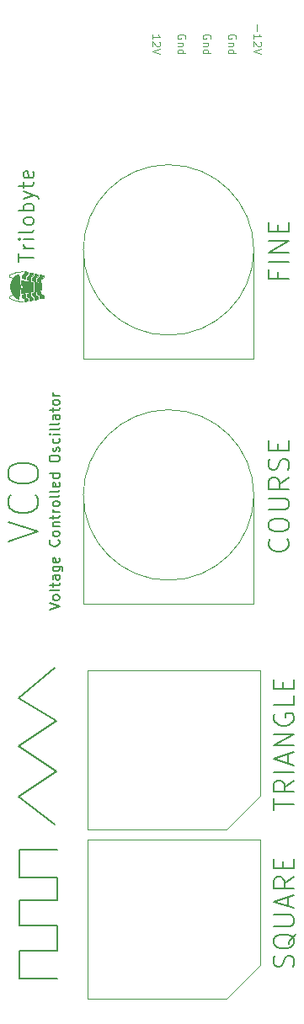
<source format=gbr>
%TF.GenerationSoftware,KiCad,Pcbnew,(6.0.0-0)*%
%TF.CreationDate,2022-11-09T20:37:39-05:00*%
%TF.ProjectId,VCO,56434f2e-6b69-4636-9164-5f7063625858,rev?*%
%TF.SameCoordinates,Original*%
%TF.FileFunction,Legend,Top*%
%TF.FilePolarity,Positive*%
%FSLAX46Y46*%
G04 Gerber Fmt 4.6, Leading zero omitted, Abs format (unit mm)*
G04 Created by KiCad (PCBNEW (6.0.0-0)) date 2022-11-09 20:37:39*
%MOMM*%
%LPD*%
G01*
G04 APERTURE LIST*
%ADD10C,0.100000*%
%ADD11C,0.150000*%
%ADD12C,0.200000*%
%ADD13C,0.120000*%
%ADD14C,0.013229*%
G04 APERTURE END LIST*
D10*
X47644095Y-34810761D02*
X47644095Y-34353619D01*
X47644095Y-34582190D02*
X48444095Y-34582190D01*
X48329809Y-34506000D01*
X48253619Y-34429809D01*
X48215523Y-34353619D01*
X48367904Y-35115523D02*
X48406000Y-35153619D01*
X48444095Y-35229809D01*
X48444095Y-35420285D01*
X48406000Y-35496476D01*
X48367904Y-35534571D01*
X48291714Y-35572666D01*
X48215523Y-35572666D01*
X48101238Y-35534571D01*
X47644095Y-35077428D01*
X47644095Y-35572666D01*
X48444095Y-35801238D02*
X47644095Y-36067904D01*
X48444095Y-36334571D01*
X50946000Y-34791714D02*
X50984095Y-34715523D01*
X50984095Y-34601238D01*
X50946000Y-34486952D01*
X50869809Y-34410761D01*
X50793619Y-34372666D01*
X50641238Y-34334571D01*
X50526952Y-34334571D01*
X50374571Y-34372666D01*
X50298380Y-34410761D01*
X50222190Y-34486952D01*
X50184095Y-34601238D01*
X50184095Y-34677428D01*
X50222190Y-34791714D01*
X50260285Y-34829809D01*
X50526952Y-34829809D01*
X50526952Y-34677428D01*
X50717428Y-35172666D02*
X50184095Y-35172666D01*
X50641238Y-35172666D02*
X50679333Y-35210761D01*
X50717428Y-35286952D01*
X50717428Y-35401238D01*
X50679333Y-35477428D01*
X50603142Y-35515523D01*
X50184095Y-35515523D01*
X50184095Y-36239333D02*
X50984095Y-36239333D01*
X50222190Y-36239333D02*
X50184095Y-36163142D01*
X50184095Y-36010761D01*
X50222190Y-35934571D01*
X50260285Y-35896476D01*
X50336476Y-35858380D01*
X50565047Y-35858380D01*
X50641238Y-35896476D01*
X50679333Y-35934571D01*
X50717428Y-36010761D01*
X50717428Y-36163142D01*
X50679333Y-36239333D01*
X53486000Y-34791714D02*
X53524095Y-34715523D01*
X53524095Y-34601238D01*
X53486000Y-34486952D01*
X53409809Y-34410761D01*
X53333619Y-34372666D01*
X53181238Y-34334571D01*
X53066952Y-34334571D01*
X52914571Y-34372666D01*
X52838380Y-34410761D01*
X52762190Y-34486952D01*
X52724095Y-34601238D01*
X52724095Y-34677428D01*
X52762190Y-34791714D01*
X52800285Y-34829809D01*
X53066952Y-34829809D01*
X53066952Y-34677428D01*
X53257428Y-35172666D02*
X52724095Y-35172666D01*
X53181238Y-35172666D02*
X53219333Y-35210761D01*
X53257428Y-35286952D01*
X53257428Y-35401238D01*
X53219333Y-35477428D01*
X53143142Y-35515523D01*
X52724095Y-35515523D01*
X52724095Y-36239333D02*
X53524095Y-36239333D01*
X52762190Y-36239333D02*
X52724095Y-36163142D01*
X52724095Y-36010761D01*
X52762190Y-35934571D01*
X52800285Y-35896476D01*
X52876476Y-35858380D01*
X53105047Y-35858380D01*
X53181238Y-35896476D01*
X53219333Y-35934571D01*
X53257428Y-36010761D01*
X53257428Y-36163142D01*
X53219333Y-36239333D01*
X56026000Y-34791714D02*
X56064095Y-34715523D01*
X56064095Y-34601238D01*
X56026000Y-34486952D01*
X55949809Y-34410761D01*
X55873619Y-34372666D01*
X55721238Y-34334571D01*
X55606952Y-34334571D01*
X55454571Y-34372666D01*
X55378380Y-34410761D01*
X55302190Y-34486952D01*
X55264095Y-34601238D01*
X55264095Y-34677428D01*
X55302190Y-34791714D01*
X55340285Y-34829809D01*
X55606952Y-34829809D01*
X55606952Y-34677428D01*
X55797428Y-35172666D02*
X55264095Y-35172666D01*
X55721238Y-35172666D02*
X55759333Y-35210761D01*
X55797428Y-35286952D01*
X55797428Y-35401238D01*
X55759333Y-35477428D01*
X55683142Y-35515523D01*
X55264095Y-35515523D01*
X55264095Y-36239333D02*
X56064095Y-36239333D01*
X55302190Y-36239333D02*
X55264095Y-36163142D01*
X55264095Y-36010761D01*
X55302190Y-35934571D01*
X55340285Y-35896476D01*
X55416476Y-35858380D01*
X55645047Y-35858380D01*
X55721238Y-35896476D01*
X55759333Y-35934571D01*
X55797428Y-36010761D01*
X55797428Y-36163142D01*
X55759333Y-36239333D01*
X58108857Y-33388476D02*
X58108857Y-33998000D01*
X57804095Y-34798000D02*
X57804095Y-34340857D01*
X57804095Y-34569428D02*
X58604095Y-34569428D01*
X58489809Y-34493238D01*
X58413619Y-34417047D01*
X58375523Y-34340857D01*
X58527904Y-35102761D02*
X58566000Y-35140857D01*
X58604095Y-35217047D01*
X58604095Y-35407523D01*
X58566000Y-35483714D01*
X58527904Y-35521809D01*
X58451714Y-35559904D01*
X58375523Y-35559904D01*
X58261238Y-35521809D01*
X57804095Y-35064666D01*
X57804095Y-35559904D01*
X58604095Y-35788476D02*
X57804095Y-36055142D01*
X58604095Y-36321809D01*
D11*
X37973000Y-108458000D02*
X34163000Y-110998000D01*
X34163000Y-105918000D02*
X37973000Y-108458000D01*
X38100000Y-119126000D02*
X34290000Y-119126000D01*
X38100000Y-123952000D02*
X34290000Y-123952000D01*
X34290000Y-129286000D02*
X34290000Y-126492000D01*
X34290000Y-123952000D02*
X34290000Y-121412000D01*
X34290000Y-119126000D02*
X34290000Y-116332000D01*
X36068000Y-116332000D02*
X38100000Y-116332000D01*
X34290000Y-126492000D02*
X38100000Y-126492000D01*
X34290000Y-116332000D02*
X36068000Y-116332000D01*
X38100000Y-121412000D02*
X38100000Y-119126000D01*
X37846000Y-113792000D02*
X34163000Y-110998000D01*
X37973000Y-103378000D02*
X34163000Y-101092000D01*
X38100000Y-126492000D02*
X38100000Y-123952000D01*
X37846000Y-98044000D02*
X34163000Y-101092000D01*
X34290000Y-121412000D02*
X38100000Y-121412000D01*
X36068000Y-129286000D02*
X34290000Y-129286000D01*
X37973000Y-103378000D02*
X34163000Y-105918000D01*
X38100000Y-129286000D02*
X36068000Y-129286000D01*
D12*
X60309142Y-58276857D02*
X60309142Y-58943523D01*
X61356761Y-58943523D02*
X59356761Y-58943523D01*
X59356761Y-57991142D01*
X61356761Y-57229238D02*
X59356761Y-57229238D01*
X61356761Y-56276857D02*
X59356761Y-56276857D01*
X61356761Y-55134000D01*
X59356761Y-55134000D01*
X60309142Y-54181619D02*
X60309142Y-53514952D01*
X61356761Y-53229238D02*
X61356761Y-54181619D01*
X59356761Y-54181619D01*
X59356761Y-53229238D01*
X61166285Y-85105333D02*
X61261523Y-85200571D01*
X61356761Y-85486285D01*
X61356761Y-85676761D01*
X61261523Y-85962476D01*
X61071047Y-86152952D01*
X60880571Y-86248190D01*
X60499619Y-86343428D01*
X60213904Y-86343428D01*
X59832952Y-86248190D01*
X59642476Y-86152952D01*
X59452000Y-85962476D01*
X59356761Y-85676761D01*
X59356761Y-85486285D01*
X59452000Y-85200571D01*
X59547238Y-85105333D01*
X59356761Y-83867238D02*
X59356761Y-83486285D01*
X59452000Y-83295809D01*
X59642476Y-83105333D01*
X60023428Y-83010095D01*
X60690095Y-83010095D01*
X61071047Y-83105333D01*
X61261523Y-83295809D01*
X61356761Y-83486285D01*
X61356761Y-83867238D01*
X61261523Y-84057714D01*
X61071047Y-84248190D01*
X60690095Y-84343428D01*
X60023428Y-84343428D01*
X59642476Y-84248190D01*
X59452000Y-84057714D01*
X59356761Y-83867238D01*
X59356761Y-82152952D02*
X60975809Y-82152952D01*
X61166285Y-82057714D01*
X61261523Y-81962476D01*
X61356761Y-81772000D01*
X61356761Y-81391047D01*
X61261523Y-81200571D01*
X61166285Y-81105333D01*
X60975809Y-81010095D01*
X59356761Y-81010095D01*
X61356761Y-78914857D02*
X60404380Y-79581523D01*
X61356761Y-80057714D02*
X59356761Y-80057714D01*
X59356761Y-79295809D01*
X59452000Y-79105333D01*
X59547238Y-79010095D01*
X59737714Y-78914857D01*
X60023428Y-78914857D01*
X60213904Y-79010095D01*
X60309142Y-79105333D01*
X60404380Y-79295809D01*
X60404380Y-80057714D01*
X61261523Y-78152952D02*
X61356761Y-77867238D01*
X61356761Y-77391047D01*
X61261523Y-77200571D01*
X61166285Y-77105333D01*
X60975809Y-77010095D01*
X60785333Y-77010095D01*
X60594857Y-77105333D01*
X60499619Y-77200571D01*
X60404380Y-77391047D01*
X60309142Y-77772000D01*
X60213904Y-77962476D01*
X60118666Y-78057714D01*
X59928190Y-78152952D01*
X59737714Y-78152952D01*
X59547238Y-78057714D01*
X59452000Y-77962476D01*
X59356761Y-77772000D01*
X59356761Y-77295809D01*
X59452000Y-77010095D01*
X60309142Y-76152952D02*
X60309142Y-75486285D01*
X61356761Y-75200571D02*
X61356761Y-76152952D01*
X59356761Y-76152952D01*
X59356761Y-75200571D01*
D11*
X37298380Y-92184761D02*
X38298380Y-91851428D01*
X37298380Y-91518095D01*
X38298380Y-91041904D02*
X38250761Y-91137142D01*
X38203142Y-91184761D01*
X38107904Y-91232380D01*
X37822190Y-91232380D01*
X37726952Y-91184761D01*
X37679333Y-91137142D01*
X37631714Y-91041904D01*
X37631714Y-90899047D01*
X37679333Y-90803809D01*
X37726952Y-90756190D01*
X37822190Y-90708571D01*
X38107904Y-90708571D01*
X38203142Y-90756190D01*
X38250761Y-90803809D01*
X38298380Y-90899047D01*
X38298380Y-91041904D01*
X38298380Y-90137142D02*
X38250761Y-90232380D01*
X38155523Y-90280000D01*
X37298380Y-90280000D01*
X37631714Y-89899047D02*
X37631714Y-89518095D01*
X37298380Y-89756190D02*
X38155523Y-89756190D01*
X38250761Y-89708571D01*
X38298380Y-89613333D01*
X38298380Y-89518095D01*
X38298380Y-88756190D02*
X37774571Y-88756190D01*
X37679333Y-88803809D01*
X37631714Y-88899047D01*
X37631714Y-89089523D01*
X37679333Y-89184761D01*
X38250761Y-88756190D02*
X38298380Y-88851428D01*
X38298380Y-89089523D01*
X38250761Y-89184761D01*
X38155523Y-89232380D01*
X38060285Y-89232380D01*
X37965047Y-89184761D01*
X37917428Y-89089523D01*
X37917428Y-88851428D01*
X37869809Y-88756190D01*
X37631714Y-87851428D02*
X38441238Y-87851428D01*
X38536476Y-87899047D01*
X38584095Y-87946666D01*
X38631714Y-88041904D01*
X38631714Y-88184761D01*
X38584095Y-88280000D01*
X38250761Y-87851428D02*
X38298380Y-87946666D01*
X38298380Y-88137142D01*
X38250761Y-88232380D01*
X38203142Y-88280000D01*
X38107904Y-88327619D01*
X37822190Y-88327619D01*
X37726952Y-88280000D01*
X37679333Y-88232380D01*
X37631714Y-88137142D01*
X37631714Y-87946666D01*
X37679333Y-87851428D01*
X38250761Y-86994285D02*
X38298380Y-87089523D01*
X38298380Y-87280000D01*
X38250761Y-87375238D01*
X38155523Y-87422857D01*
X37774571Y-87422857D01*
X37679333Y-87375238D01*
X37631714Y-87280000D01*
X37631714Y-87089523D01*
X37679333Y-86994285D01*
X37774571Y-86946666D01*
X37869809Y-86946666D01*
X37965047Y-87422857D01*
X38203142Y-85184761D02*
X38250761Y-85232380D01*
X38298380Y-85375238D01*
X38298380Y-85470476D01*
X38250761Y-85613333D01*
X38155523Y-85708571D01*
X38060285Y-85756190D01*
X37869809Y-85803809D01*
X37726952Y-85803809D01*
X37536476Y-85756190D01*
X37441238Y-85708571D01*
X37346000Y-85613333D01*
X37298380Y-85470476D01*
X37298380Y-85375238D01*
X37346000Y-85232380D01*
X37393619Y-85184761D01*
X38298380Y-84613333D02*
X38250761Y-84708571D01*
X38203142Y-84756190D01*
X38107904Y-84803809D01*
X37822190Y-84803809D01*
X37726952Y-84756190D01*
X37679333Y-84708571D01*
X37631714Y-84613333D01*
X37631714Y-84470476D01*
X37679333Y-84375238D01*
X37726952Y-84327619D01*
X37822190Y-84280000D01*
X38107904Y-84280000D01*
X38203142Y-84327619D01*
X38250761Y-84375238D01*
X38298380Y-84470476D01*
X38298380Y-84613333D01*
X37631714Y-83851428D02*
X38298380Y-83851428D01*
X37726952Y-83851428D02*
X37679333Y-83803809D01*
X37631714Y-83708571D01*
X37631714Y-83565714D01*
X37679333Y-83470476D01*
X37774571Y-83422857D01*
X38298380Y-83422857D01*
X37631714Y-83089523D02*
X37631714Y-82708571D01*
X37298380Y-82946666D02*
X38155523Y-82946666D01*
X38250761Y-82899047D01*
X38298380Y-82803809D01*
X38298380Y-82708571D01*
X38298380Y-82375238D02*
X37631714Y-82375238D01*
X37822190Y-82375238D02*
X37726952Y-82327619D01*
X37679333Y-82280000D01*
X37631714Y-82184761D01*
X37631714Y-82089523D01*
X38298380Y-81613333D02*
X38250761Y-81708571D01*
X38203142Y-81756190D01*
X38107904Y-81803809D01*
X37822190Y-81803809D01*
X37726952Y-81756190D01*
X37679333Y-81708571D01*
X37631714Y-81613333D01*
X37631714Y-81470476D01*
X37679333Y-81375238D01*
X37726952Y-81327619D01*
X37822190Y-81280000D01*
X38107904Y-81280000D01*
X38203142Y-81327619D01*
X38250761Y-81375238D01*
X38298380Y-81470476D01*
X38298380Y-81613333D01*
X38298380Y-80708571D02*
X38250761Y-80803809D01*
X38155523Y-80851428D01*
X37298380Y-80851428D01*
X38298380Y-80184761D02*
X38250761Y-80280000D01*
X38155523Y-80327619D01*
X37298380Y-80327619D01*
X38250761Y-79422857D02*
X38298380Y-79518095D01*
X38298380Y-79708571D01*
X38250761Y-79803809D01*
X38155523Y-79851428D01*
X37774571Y-79851428D01*
X37679333Y-79803809D01*
X37631714Y-79708571D01*
X37631714Y-79518095D01*
X37679333Y-79422857D01*
X37774571Y-79375238D01*
X37869809Y-79375238D01*
X37965047Y-79851428D01*
X38298380Y-78518095D02*
X37298380Y-78518095D01*
X38250761Y-78518095D02*
X38298380Y-78613333D01*
X38298380Y-78803809D01*
X38250761Y-78899047D01*
X38203142Y-78946666D01*
X38107904Y-78994285D01*
X37822190Y-78994285D01*
X37726952Y-78946666D01*
X37679333Y-78899047D01*
X37631714Y-78803809D01*
X37631714Y-78613333D01*
X37679333Y-78518095D01*
X37298380Y-77089523D02*
X37298380Y-76899047D01*
X37346000Y-76803809D01*
X37441238Y-76708571D01*
X37631714Y-76660952D01*
X37965047Y-76660952D01*
X38155523Y-76708571D01*
X38250761Y-76803809D01*
X38298380Y-76899047D01*
X38298380Y-77089523D01*
X38250761Y-77184761D01*
X38155523Y-77280000D01*
X37965047Y-77327619D01*
X37631714Y-77327619D01*
X37441238Y-77280000D01*
X37346000Y-77184761D01*
X37298380Y-77089523D01*
X38250761Y-76280000D02*
X38298380Y-76184761D01*
X38298380Y-75994285D01*
X38250761Y-75899047D01*
X38155523Y-75851428D01*
X38107904Y-75851428D01*
X38012666Y-75899047D01*
X37965047Y-75994285D01*
X37965047Y-76137142D01*
X37917428Y-76232380D01*
X37822190Y-76280000D01*
X37774571Y-76280000D01*
X37679333Y-76232380D01*
X37631714Y-76137142D01*
X37631714Y-75994285D01*
X37679333Y-75899047D01*
X38250761Y-74994285D02*
X38298380Y-75089523D01*
X38298380Y-75280000D01*
X38250761Y-75375238D01*
X38203142Y-75422857D01*
X38107904Y-75470476D01*
X37822190Y-75470476D01*
X37726952Y-75422857D01*
X37679333Y-75375238D01*
X37631714Y-75280000D01*
X37631714Y-75089523D01*
X37679333Y-74994285D01*
X38298380Y-74565714D02*
X37631714Y-74565714D01*
X37298380Y-74565714D02*
X37346000Y-74613333D01*
X37393619Y-74565714D01*
X37346000Y-74518095D01*
X37298380Y-74565714D01*
X37393619Y-74565714D01*
X38298380Y-73946666D02*
X38250761Y-74041904D01*
X38155523Y-74089523D01*
X37298380Y-74089523D01*
X38298380Y-73422857D02*
X38250761Y-73518095D01*
X38155523Y-73565714D01*
X37298380Y-73565714D01*
X38298380Y-72613333D02*
X37774571Y-72613333D01*
X37679333Y-72660952D01*
X37631714Y-72756190D01*
X37631714Y-72946666D01*
X37679333Y-73041904D01*
X38250761Y-72613333D02*
X38298380Y-72708571D01*
X38298380Y-72946666D01*
X38250761Y-73041904D01*
X38155523Y-73089523D01*
X38060285Y-73089523D01*
X37965047Y-73041904D01*
X37917428Y-72946666D01*
X37917428Y-72708571D01*
X37869809Y-72613333D01*
X37631714Y-72280000D02*
X37631714Y-71899047D01*
X37298380Y-72137142D02*
X38155523Y-72137142D01*
X38250761Y-72089523D01*
X38298380Y-71994285D01*
X38298380Y-71899047D01*
X38298380Y-71422857D02*
X38250761Y-71518095D01*
X38203142Y-71565714D01*
X38107904Y-71613333D01*
X37822190Y-71613333D01*
X37726952Y-71565714D01*
X37679333Y-71518095D01*
X37631714Y-71422857D01*
X37631714Y-71280000D01*
X37679333Y-71184761D01*
X37726952Y-71137142D01*
X37822190Y-71089523D01*
X38107904Y-71089523D01*
X38203142Y-71137142D01*
X38250761Y-71184761D01*
X38298380Y-71280000D01*
X38298380Y-71422857D01*
X38298380Y-70660952D02*
X37631714Y-70660952D01*
X37822190Y-70660952D02*
X37726952Y-70613333D01*
X37679333Y-70565714D01*
X37631714Y-70470476D01*
X37631714Y-70375238D01*
D12*
X59864761Y-112330666D02*
X59864761Y-111187809D01*
X61864761Y-111759238D02*
X59864761Y-111759238D01*
X61864761Y-109378285D02*
X60912380Y-110044952D01*
X61864761Y-110521142D02*
X59864761Y-110521142D01*
X59864761Y-109759238D01*
X59960000Y-109568761D01*
X60055238Y-109473523D01*
X60245714Y-109378285D01*
X60531428Y-109378285D01*
X60721904Y-109473523D01*
X60817142Y-109568761D01*
X60912380Y-109759238D01*
X60912380Y-110521142D01*
X61864761Y-108521142D02*
X59864761Y-108521142D01*
X61293333Y-107664000D02*
X61293333Y-106711619D01*
X61864761Y-107854476D02*
X59864761Y-107187809D01*
X61864761Y-106521142D01*
X61864761Y-105854476D02*
X59864761Y-105854476D01*
X61864761Y-104711619D01*
X59864761Y-104711619D01*
X59960000Y-102711619D02*
X59864761Y-102902095D01*
X59864761Y-103187809D01*
X59960000Y-103473523D01*
X60150476Y-103664000D01*
X60340952Y-103759238D01*
X60721904Y-103854476D01*
X61007619Y-103854476D01*
X61388571Y-103759238D01*
X61579047Y-103664000D01*
X61769523Y-103473523D01*
X61864761Y-103187809D01*
X61864761Y-102997333D01*
X61769523Y-102711619D01*
X61674285Y-102616380D01*
X61007619Y-102616380D01*
X61007619Y-102997333D01*
X61864761Y-100806857D02*
X61864761Y-101759238D01*
X59864761Y-101759238D01*
X60817142Y-100140190D02*
X60817142Y-99473523D01*
X61864761Y-99187809D02*
X61864761Y-100140190D01*
X59864761Y-100140190D01*
X59864761Y-99187809D01*
X61769523Y-128110571D02*
X61864761Y-127824857D01*
X61864761Y-127348666D01*
X61769523Y-127158190D01*
X61674285Y-127062952D01*
X61483809Y-126967714D01*
X61293333Y-126967714D01*
X61102857Y-127062952D01*
X61007619Y-127158190D01*
X60912380Y-127348666D01*
X60817142Y-127729619D01*
X60721904Y-127920095D01*
X60626666Y-128015333D01*
X60436190Y-128110571D01*
X60245714Y-128110571D01*
X60055238Y-128015333D01*
X59960000Y-127920095D01*
X59864761Y-127729619D01*
X59864761Y-127253428D01*
X59960000Y-126967714D01*
X62055238Y-124777238D02*
X61960000Y-124967714D01*
X61769523Y-125158190D01*
X61483809Y-125443904D01*
X61388571Y-125634380D01*
X61388571Y-125824857D01*
X61864761Y-125729619D02*
X61769523Y-125920095D01*
X61579047Y-126110571D01*
X61198095Y-126205809D01*
X60531428Y-126205809D01*
X60150476Y-126110571D01*
X59960000Y-125920095D01*
X59864761Y-125729619D01*
X59864761Y-125348666D01*
X59960000Y-125158190D01*
X60150476Y-124967714D01*
X60531428Y-124872476D01*
X61198095Y-124872476D01*
X61579047Y-124967714D01*
X61769523Y-125158190D01*
X61864761Y-125348666D01*
X61864761Y-125729619D01*
X59864761Y-124015333D02*
X61483809Y-124015333D01*
X61674285Y-123920095D01*
X61769523Y-123824857D01*
X61864761Y-123634380D01*
X61864761Y-123253428D01*
X61769523Y-123062952D01*
X61674285Y-122967714D01*
X61483809Y-122872476D01*
X59864761Y-122872476D01*
X61293333Y-122015333D02*
X61293333Y-121062952D01*
X61864761Y-122205809D02*
X59864761Y-121539142D01*
X61864761Y-120872476D01*
X61864761Y-119062952D02*
X60912380Y-119729619D01*
X61864761Y-120205809D02*
X59864761Y-120205809D01*
X59864761Y-119443904D01*
X59960000Y-119253428D01*
X60055238Y-119158190D01*
X60245714Y-119062952D01*
X60531428Y-119062952D01*
X60721904Y-119158190D01*
X60817142Y-119253428D01*
X60912380Y-119443904D01*
X60912380Y-120205809D01*
X60817142Y-118205809D02*
X60817142Y-117539142D01*
X61864761Y-117253428D02*
X61864761Y-118205809D01*
X59864761Y-118205809D01*
X59864761Y-117253428D01*
X34230571Y-57220857D02*
X34230571Y-56363714D01*
X35730571Y-56792285D02*
X34230571Y-56792285D01*
X35730571Y-55863714D02*
X34730571Y-55863714D01*
X35016285Y-55863714D02*
X34873428Y-55792285D01*
X34802000Y-55720857D01*
X34730571Y-55578000D01*
X34730571Y-55435142D01*
X35730571Y-54935142D02*
X34730571Y-54935142D01*
X34230571Y-54935142D02*
X34302000Y-55006571D01*
X34373428Y-54935142D01*
X34302000Y-54863714D01*
X34230571Y-54935142D01*
X34373428Y-54935142D01*
X35730571Y-54006571D02*
X35659142Y-54149428D01*
X35516285Y-54220857D01*
X34230571Y-54220857D01*
X35730571Y-53220857D02*
X35659142Y-53363714D01*
X35587714Y-53435142D01*
X35444857Y-53506571D01*
X35016285Y-53506571D01*
X34873428Y-53435142D01*
X34802000Y-53363714D01*
X34730571Y-53220857D01*
X34730571Y-53006571D01*
X34802000Y-52863714D01*
X34873428Y-52792285D01*
X35016285Y-52720857D01*
X35444857Y-52720857D01*
X35587714Y-52792285D01*
X35659142Y-52863714D01*
X35730571Y-53006571D01*
X35730571Y-53220857D01*
X35730571Y-52078000D02*
X34230571Y-52078000D01*
X34802000Y-52078000D02*
X34730571Y-51935142D01*
X34730571Y-51649428D01*
X34802000Y-51506571D01*
X34873428Y-51435142D01*
X35016285Y-51363714D01*
X35444857Y-51363714D01*
X35587714Y-51435142D01*
X35659142Y-51506571D01*
X35730571Y-51649428D01*
X35730571Y-51935142D01*
X35659142Y-52078000D01*
X34730571Y-50863714D02*
X35730571Y-50506571D01*
X34730571Y-50149428D02*
X35730571Y-50506571D01*
X36087714Y-50649428D01*
X36159142Y-50720857D01*
X36230571Y-50863714D01*
X34730571Y-49792285D02*
X34730571Y-49220857D01*
X34230571Y-49578000D02*
X35516285Y-49578000D01*
X35659142Y-49506571D01*
X35730571Y-49363714D01*
X35730571Y-49220857D01*
X35659142Y-48149428D02*
X35730571Y-48292285D01*
X35730571Y-48578000D01*
X35659142Y-48720857D01*
X35516285Y-48792285D01*
X34944857Y-48792285D01*
X34802000Y-48720857D01*
X34730571Y-48578000D01*
X34730571Y-48292285D01*
X34802000Y-48149428D01*
X34944857Y-48078000D01*
X35087714Y-48078000D01*
X35230571Y-48792285D01*
X33155142Y-85351428D02*
X36155142Y-84351428D01*
X33155142Y-83351428D01*
X35869428Y-80637142D02*
X36012285Y-80780000D01*
X36155142Y-81208571D01*
X36155142Y-81494285D01*
X36012285Y-81922857D01*
X35726571Y-82208571D01*
X35440857Y-82351428D01*
X34869428Y-82494285D01*
X34440857Y-82494285D01*
X33869428Y-82351428D01*
X33583714Y-82208571D01*
X33298000Y-81922857D01*
X33155142Y-81494285D01*
X33155142Y-81208571D01*
X33298000Y-80780000D01*
X33440857Y-80637142D01*
X33155142Y-78780000D02*
X33155142Y-78208571D01*
X33298000Y-77922857D01*
X33583714Y-77637142D01*
X34155142Y-77494285D01*
X35155142Y-77494285D01*
X35726571Y-77637142D01*
X36012285Y-77922857D01*
X36155142Y-78208571D01*
X36155142Y-78780000D01*
X36012285Y-79065714D01*
X35726571Y-79351428D01*
X35155142Y-79494285D01*
X34155142Y-79494285D01*
X33583714Y-79351428D01*
X33298000Y-79065714D01*
X33155142Y-78780000D01*
D13*
%TO.C,RV1*%
X40706000Y-66944000D02*
X40706000Y-56024000D01*
X57846000Y-66944000D02*
X57846000Y-56024000D01*
X40706000Y-66944000D02*
X57846000Y-66944000D01*
X57846000Y-56024000D02*
G75*
G03*
X57846000Y-56024000I-8570000J0D01*
G01*
D14*
%TO.C,REF\u002A\u002A*%
X33693480Y-60001348D02*
X33694429Y-60001450D01*
X33694429Y-60001450D02*
X33696106Y-60001720D01*
X33696106Y-60001720D02*
X33700591Y-60002538D01*
X33700591Y-60002538D02*
X33706710Y-60003729D01*
X33706710Y-60003729D02*
X33707778Y-60014845D01*
X33707778Y-60014845D02*
X33709072Y-60025934D01*
X33709072Y-60025934D02*
X33710590Y-60036992D01*
X33710590Y-60036992D02*
X33712332Y-60048016D01*
X33712332Y-60048016D02*
X33714297Y-60059003D01*
X33714297Y-60059003D02*
X33716485Y-60069948D01*
X33716485Y-60069948D02*
X33718894Y-60080849D01*
X33718894Y-60080849D02*
X33721526Y-60091702D01*
X33721526Y-60091702D02*
X33723267Y-60097398D01*
X33723267Y-60097398D02*
X33725083Y-60103070D01*
X33725083Y-60103070D02*
X33726974Y-60108716D01*
X33726974Y-60108716D02*
X33728938Y-60114337D01*
X33728938Y-60114337D02*
X33730977Y-60119932D01*
X33730977Y-60119932D02*
X33733089Y-60125499D01*
X33733089Y-60125499D02*
X33735274Y-60131039D01*
X33735274Y-60131039D02*
X33737533Y-60136550D01*
X33737533Y-60136550D02*
X33738176Y-60138162D01*
X33738176Y-60138162D02*
X33738931Y-60139975D01*
X33738931Y-60139975D02*
X33740874Y-60144504D01*
X33740874Y-60144504D02*
X33743561Y-60150744D01*
X33743561Y-60150744D02*
X33747191Y-60159304D01*
X33747191Y-60159304D02*
X33756980Y-60182323D01*
X33756980Y-60182323D02*
X33759300Y-60187190D01*
X33759300Y-60187190D02*
X33761695Y-60192019D01*
X33761695Y-60192019D02*
X33764165Y-60196810D01*
X33764165Y-60196810D02*
X33766709Y-60201562D01*
X33766709Y-60201562D02*
X33769327Y-60206273D01*
X33769327Y-60206273D02*
X33772018Y-60210944D01*
X33772018Y-60210944D02*
X33774781Y-60215572D01*
X33774781Y-60215572D02*
X33777617Y-60220158D01*
X33777617Y-60220158D02*
X33781281Y-60225081D01*
X33781281Y-60225081D02*
X33785096Y-60229950D01*
X33785096Y-60229950D02*
X33792997Y-60239654D01*
X33792997Y-60239654D02*
X33796989Y-60244556D01*
X33796989Y-60244556D02*
X33800947Y-60249533D01*
X33800947Y-60249533D02*
X33804824Y-60254619D01*
X33804824Y-60254619D02*
X33806718Y-60257212D01*
X33806718Y-60257212D02*
X33808574Y-60259846D01*
X33808574Y-60259846D02*
X33809114Y-60260278D01*
X33809114Y-60260278D02*
X33809646Y-60260719D01*
X33809646Y-60260719D02*
X33810170Y-60261169D01*
X33810170Y-60261169D02*
X33810687Y-60261628D01*
X33810687Y-60261628D02*
X33811196Y-60262096D01*
X33811196Y-60262096D02*
X33811697Y-60262572D01*
X33811697Y-60262572D02*
X33812190Y-60263056D01*
X33812190Y-60263056D02*
X33812675Y-60263549D01*
X33812675Y-60263549D02*
X33813456Y-60264348D01*
X33813456Y-60264348D02*
X33814134Y-60265077D01*
X33814134Y-60265077D02*
X33814745Y-60265766D01*
X33814745Y-60265766D02*
X33815321Y-60266444D01*
X33815321Y-60266444D02*
X33816507Y-60267884D01*
X33816507Y-60267884D02*
X33817186Y-60268706D01*
X33817186Y-60268706D02*
X33817967Y-60269635D01*
X33817967Y-60269635D02*
X33822994Y-60274662D01*
X33822994Y-60274662D02*
X33831196Y-60281938D01*
X33831196Y-60281938D02*
X33836884Y-60286833D01*
X33836884Y-60286833D02*
X33835325Y-60291159D01*
X33835325Y-60291159D02*
X33833652Y-60295439D01*
X33833652Y-60295439D02*
X33831866Y-60299671D01*
X33831866Y-60299671D02*
X33829967Y-60303853D01*
X33829967Y-60303853D02*
X33827958Y-60307983D01*
X33827958Y-60307983D02*
X33825839Y-60312059D01*
X33825839Y-60312059D02*
X33823610Y-60316078D01*
X33823610Y-60316078D02*
X33821274Y-60320038D01*
X33821274Y-60320038D02*
X33820134Y-60322086D01*
X33820134Y-60322086D02*
X33818935Y-60324096D01*
X33818935Y-60324096D02*
X33817678Y-60326066D01*
X33817678Y-60326066D02*
X33816364Y-60327996D01*
X33816364Y-60327996D02*
X33814994Y-60329883D01*
X33814994Y-60329883D02*
X33813569Y-60331728D01*
X33813569Y-60331728D02*
X33812090Y-60333529D01*
X33812090Y-60333529D02*
X33810559Y-60335284D01*
X33810559Y-60335284D02*
X33808976Y-60336993D01*
X33808976Y-60336993D02*
X33807342Y-60338654D01*
X33807342Y-60338654D02*
X33805659Y-60340266D01*
X33805659Y-60340266D02*
X33803927Y-60341828D01*
X33803927Y-60341828D02*
X33802148Y-60343340D01*
X33802148Y-60343340D02*
X33800322Y-60344799D01*
X33800322Y-60344799D02*
X33798451Y-60346204D01*
X33798451Y-60346204D02*
X33796535Y-60347555D01*
X33796535Y-60347555D02*
X33778015Y-60357609D01*
X33778015Y-60357609D02*
X33760420Y-60341734D01*
X33760420Y-60341734D02*
X33754483Y-60335913D01*
X33754483Y-60335913D02*
X33749649Y-60331130D01*
X33749649Y-60331130D02*
X33747519Y-60328998D01*
X33747519Y-60328998D02*
X33745868Y-60327315D01*
X33745868Y-60327315D02*
X33742239Y-60323572D01*
X33742239Y-60323572D02*
X33738677Y-60319768D01*
X33738677Y-60319768D02*
X33735183Y-60315903D01*
X33735183Y-60315903D02*
X33731756Y-60311978D01*
X33731756Y-60311978D02*
X33728399Y-60307994D01*
X33728399Y-60307994D02*
X33725111Y-60303952D01*
X33725111Y-60303952D02*
X33721894Y-60299853D01*
X33721894Y-60299853D02*
X33718748Y-60295697D01*
X33718748Y-60295697D02*
X33715871Y-60292168D01*
X33715871Y-60292168D02*
X33713055Y-60288592D01*
X33713055Y-60288592D02*
X33710299Y-60284971D01*
X33710299Y-60284971D02*
X33707604Y-60281303D01*
X33707604Y-60281303D02*
X33704972Y-60277592D01*
X33704972Y-60277592D02*
X33702401Y-60273836D01*
X33702401Y-60273836D02*
X33699894Y-60270037D01*
X33699894Y-60270037D02*
X33697450Y-60266196D01*
X33697450Y-60266196D02*
X33696121Y-60264048D01*
X33696121Y-60264048D02*
X33694804Y-60261863D01*
X33694804Y-60261863D02*
X33692158Y-60257332D01*
X33692158Y-60257332D02*
X33686469Y-60247278D01*
X33686469Y-60247278D02*
X33682740Y-60240529D01*
X33682740Y-60240529D02*
X33679855Y-60235157D01*
X33679855Y-60235157D02*
X33677763Y-60231149D01*
X33677763Y-60231149D02*
X33676415Y-60228493D01*
X33676415Y-60228493D02*
X33670594Y-60216851D01*
X33670594Y-60216851D02*
X33663725Y-60201875D01*
X33663725Y-60201875D02*
X33657245Y-60186736D01*
X33657245Y-60186736D02*
X33651155Y-60171440D01*
X33651155Y-60171440D02*
X33645460Y-60155997D01*
X33645460Y-60155997D02*
X33640162Y-60140413D01*
X33640162Y-60140413D02*
X33635263Y-60124696D01*
X33635263Y-60124696D02*
X33630766Y-60108854D01*
X33630766Y-60108854D02*
X33626674Y-60092894D01*
X33626674Y-60092894D02*
X33623750Y-60078848D01*
X33623750Y-60078848D02*
X33621146Y-60064865D01*
X33621146Y-60064865D02*
X33618883Y-60051501D01*
X33618883Y-60051501D02*
X33616983Y-60039316D01*
X33616983Y-60039316D02*
X33613444Y-60013519D01*
X33613444Y-60013519D02*
X33615755Y-60012543D01*
X33615755Y-60012543D02*
X33621514Y-60010178D01*
X33621514Y-60010178D02*
X33625136Y-60008739D01*
X33625136Y-60008739D02*
X33628959Y-60007268D01*
X33628959Y-60007268D02*
X33632764Y-60005872D01*
X33632764Y-60005872D02*
X33636331Y-60004655D01*
X33636331Y-60004655D02*
X33639824Y-60003712D01*
X33639824Y-60003712D02*
X33643338Y-60002866D01*
X33643338Y-60002866D02*
X33646869Y-60002119D01*
X33646869Y-60002119D02*
X33650416Y-60001469D01*
X33650416Y-60001469D02*
X33653977Y-60000917D01*
X33653977Y-60000917D02*
X33657550Y-60000463D01*
X33657550Y-60000463D02*
X33661133Y-60000108D01*
X33661133Y-60000108D02*
X33664723Y-59999850D01*
X33664723Y-59999850D02*
X33668319Y-59999692D01*
X33668319Y-59999692D02*
X33671919Y-59999632D01*
X33671919Y-59999632D02*
X33675520Y-59999670D01*
X33675520Y-59999670D02*
X33679121Y-59999808D01*
X33679121Y-59999808D02*
X33682720Y-60000044D01*
X33682720Y-60000044D02*
X33686314Y-60000379D01*
X33686314Y-60000379D02*
X33689902Y-60000814D01*
X33689902Y-60000814D02*
X33693480Y-60001348D01*
X33693480Y-60001348D02*
X33693480Y-60001348D01*
G36*
X33675520Y-59999670D02*
G01*
X33679121Y-59999808D01*
X33682720Y-60000044D01*
X33686314Y-60000379D01*
X33689902Y-60000814D01*
X33693480Y-60001348D01*
X33694429Y-60001450D01*
X33696106Y-60001720D01*
X33700591Y-60002538D01*
X33706710Y-60003729D01*
X33707778Y-60014845D01*
X33709072Y-60025934D01*
X33710590Y-60036992D01*
X33712332Y-60048016D01*
X33714297Y-60059003D01*
X33716485Y-60069948D01*
X33718894Y-60080849D01*
X33721526Y-60091702D01*
X33723267Y-60097398D01*
X33725083Y-60103070D01*
X33726974Y-60108716D01*
X33728938Y-60114337D01*
X33730977Y-60119932D01*
X33733089Y-60125499D01*
X33735274Y-60131039D01*
X33737533Y-60136550D01*
X33738176Y-60138162D01*
X33738931Y-60139975D01*
X33740874Y-60144504D01*
X33743561Y-60150744D01*
X33747191Y-60159304D01*
X33756980Y-60182323D01*
X33759300Y-60187190D01*
X33761695Y-60192019D01*
X33764165Y-60196810D01*
X33766709Y-60201562D01*
X33769327Y-60206273D01*
X33772018Y-60210944D01*
X33774781Y-60215572D01*
X33777617Y-60220158D01*
X33781281Y-60225081D01*
X33785096Y-60229950D01*
X33792997Y-60239654D01*
X33796989Y-60244556D01*
X33800947Y-60249533D01*
X33804824Y-60254619D01*
X33806718Y-60257212D01*
X33808574Y-60259846D01*
X33809114Y-60260278D01*
X33809646Y-60260719D01*
X33810170Y-60261169D01*
X33810687Y-60261628D01*
X33811196Y-60262096D01*
X33811697Y-60262572D01*
X33812190Y-60263056D01*
X33812675Y-60263549D01*
X33813456Y-60264348D01*
X33814134Y-60265077D01*
X33814745Y-60265766D01*
X33815321Y-60266444D01*
X33816507Y-60267884D01*
X33817186Y-60268706D01*
X33817967Y-60269635D01*
X33822994Y-60274662D01*
X33831196Y-60281938D01*
X33836884Y-60286833D01*
X33835325Y-60291159D01*
X33833652Y-60295439D01*
X33831866Y-60299671D01*
X33829967Y-60303853D01*
X33827958Y-60307983D01*
X33825839Y-60312059D01*
X33823610Y-60316078D01*
X33821274Y-60320038D01*
X33820134Y-60322086D01*
X33818935Y-60324096D01*
X33817678Y-60326066D01*
X33816364Y-60327996D01*
X33814994Y-60329883D01*
X33813569Y-60331728D01*
X33812090Y-60333529D01*
X33810559Y-60335284D01*
X33808976Y-60336993D01*
X33807342Y-60338654D01*
X33805659Y-60340266D01*
X33803927Y-60341828D01*
X33802148Y-60343340D01*
X33800322Y-60344799D01*
X33798451Y-60346204D01*
X33796535Y-60347555D01*
X33778015Y-60357609D01*
X33760420Y-60341734D01*
X33754483Y-60335913D01*
X33749649Y-60331130D01*
X33747519Y-60328998D01*
X33745868Y-60327315D01*
X33742239Y-60323572D01*
X33738677Y-60319768D01*
X33735183Y-60315903D01*
X33731756Y-60311978D01*
X33728399Y-60307994D01*
X33725111Y-60303952D01*
X33721894Y-60299853D01*
X33718748Y-60295697D01*
X33715871Y-60292168D01*
X33713055Y-60288592D01*
X33710299Y-60284971D01*
X33707604Y-60281303D01*
X33704972Y-60277592D01*
X33702401Y-60273836D01*
X33699894Y-60270037D01*
X33697450Y-60266196D01*
X33696121Y-60264048D01*
X33694804Y-60261863D01*
X33692158Y-60257332D01*
X33686469Y-60247278D01*
X33682740Y-60240529D01*
X33679855Y-60235157D01*
X33677763Y-60231149D01*
X33676415Y-60228493D01*
X33670594Y-60216851D01*
X33663725Y-60201875D01*
X33657245Y-60186736D01*
X33651155Y-60171440D01*
X33645460Y-60155997D01*
X33640162Y-60140413D01*
X33635263Y-60124696D01*
X33630766Y-60108854D01*
X33626674Y-60092894D01*
X33623750Y-60078848D01*
X33621146Y-60064865D01*
X33618883Y-60051501D01*
X33616983Y-60039316D01*
X33613444Y-60013519D01*
X33615755Y-60012543D01*
X33621514Y-60010178D01*
X33625136Y-60008739D01*
X33628959Y-60007268D01*
X33632764Y-60005872D01*
X33636331Y-60004655D01*
X33639824Y-60003712D01*
X33643338Y-60002866D01*
X33646869Y-60002119D01*
X33650416Y-60001469D01*
X33653977Y-60000917D01*
X33657550Y-60000463D01*
X33661133Y-60000108D01*
X33664723Y-59999850D01*
X33668319Y-59999692D01*
X33671919Y-59999632D01*
X33675520Y-59999670D01*
G37*
X33675520Y-59999670D02*
X33679121Y-59999808D01*
X33682720Y-60000044D01*
X33686314Y-60000379D01*
X33689902Y-60000814D01*
X33693480Y-60001348D01*
X33694429Y-60001450D01*
X33696106Y-60001720D01*
X33700591Y-60002538D01*
X33706710Y-60003729D01*
X33707778Y-60014845D01*
X33709072Y-60025934D01*
X33710590Y-60036992D01*
X33712332Y-60048016D01*
X33714297Y-60059003D01*
X33716485Y-60069948D01*
X33718894Y-60080849D01*
X33721526Y-60091702D01*
X33723267Y-60097398D01*
X33725083Y-60103070D01*
X33726974Y-60108716D01*
X33728938Y-60114337D01*
X33730977Y-60119932D01*
X33733089Y-60125499D01*
X33735274Y-60131039D01*
X33737533Y-60136550D01*
X33738176Y-60138162D01*
X33738931Y-60139975D01*
X33740874Y-60144504D01*
X33743561Y-60150744D01*
X33747191Y-60159304D01*
X33756980Y-60182323D01*
X33759300Y-60187190D01*
X33761695Y-60192019D01*
X33764165Y-60196810D01*
X33766709Y-60201562D01*
X33769327Y-60206273D01*
X33772018Y-60210944D01*
X33774781Y-60215572D01*
X33777617Y-60220158D01*
X33781281Y-60225081D01*
X33785096Y-60229950D01*
X33792997Y-60239654D01*
X33796989Y-60244556D01*
X33800947Y-60249533D01*
X33804824Y-60254619D01*
X33806718Y-60257212D01*
X33808574Y-60259846D01*
X33809114Y-60260278D01*
X33809646Y-60260719D01*
X33810170Y-60261169D01*
X33810687Y-60261628D01*
X33811196Y-60262096D01*
X33811697Y-60262572D01*
X33812190Y-60263056D01*
X33812675Y-60263549D01*
X33813456Y-60264348D01*
X33814134Y-60265077D01*
X33814745Y-60265766D01*
X33815321Y-60266444D01*
X33816507Y-60267884D01*
X33817186Y-60268706D01*
X33817967Y-60269635D01*
X33822994Y-60274662D01*
X33831196Y-60281938D01*
X33836884Y-60286833D01*
X33835325Y-60291159D01*
X33833652Y-60295439D01*
X33831866Y-60299671D01*
X33829967Y-60303853D01*
X33827958Y-60307983D01*
X33825839Y-60312059D01*
X33823610Y-60316078D01*
X33821274Y-60320038D01*
X33820134Y-60322086D01*
X33818935Y-60324096D01*
X33817678Y-60326066D01*
X33816364Y-60327996D01*
X33814994Y-60329883D01*
X33813569Y-60331728D01*
X33812090Y-60333529D01*
X33810559Y-60335284D01*
X33808976Y-60336993D01*
X33807342Y-60338654D01*
X33805659Y-60340266D01*
X33803927Y-60341828D01*
X33802148Y-60343340D01*
X33800322Y-60344799D01*
X33798451Y-60346204D01*
X33796535Y-60347555D01*
X33778015Y-60357609D01*
X33760420Y-60341734D01*
X33754483Y-60335913D01*
X33749649Y-60331130D01*
X33747519Y-60328998D01*
X33745868Y-60327315D01*
X33742239Y-60323572D01*
X33738677Y-60319768D01*
X33735183Y-60315903D01*
X33731756Y-60311978D01*
X33728399Y-60307994D01*
X33725111Y-60303952D01*
X33721894Y-60299853D01*
X33718748Y-60295697D01*
X33715871Y-60292168D01*
X33713055Y-60288592D01*
X33710299Y-60284971D01*
X33707604Y-60281303D01*
X33704972Y-60277592D01*
X33702401Y-60273836D01*
X33699894Y-60270037D01*
X33697450Y-60266196D01*
X33696121Y-60264048D01*
X33694804Y-60261863D01*
X33692158Y-60257332D01*
X33686469Y-60247278D01*
X33682740Y-60240529D01*
X33679855Y-60235157D01*
X33677763Y-60231149D01*
X33676415Y-60228493D01*
X33670594Y-60216851D01*
X33663725Y-60201875D01*
X33657245Y-60186736D01*
X33651155Y-60171440D01*
X33645460Y-60155997D01*
X33640162Y-60140413D01*
X33635263Y-60124696D01*
X33630766Y-60108854D01*
X33626674Y-60092894D01*
X33623750Y-60078848D01*
X33621146Y-60064865D01*
X33618883Y-60051501D01*
X33616983Y-60039316D01*
X33613444Y-60013519D01*
X33615755Y-60012543D01*
X33621514Y-60010178D01*
X33625136Y-60008739D01*
X33628959Y-60007268D01*
X33632764Y-60005872D01*
X33636331Y-60004655D01*
X33639824Y-60003712D01*
X33643338Y-60002866D01*
X33646869Y-60002119D01*
X33650416Y-60001469D01*
X33653977Y-60000917D01*
X33657550Y-60000463D01*
X33661133Y-60000108D01*
X33664723Y-59999850D01*
X33668319Y-59999692D01*
X33671919Y-59999632D01*
X33675520Y-59999670D01*
X35542521Y-59087477D02*
X35903148Y-59152961D01*
X35903148Y-59152961D02*
X35903148Y-58867608D01*
X35903148Y-58867608D02*
X36175140Y-58680416D01*
X36175140Y-58680416D02*
X36175140Y-58462531D01*
X36175140Y-58462531D02*
X35812528Y-58400751D01*
X35812528Y-58400751D02*
X35814513Y-58651444D01*
X35814513Y-58651444D02*
X35542521Y-58846309D01*
X35542521Y-58846309D02*
X35542521Y-59087477D01*
X35542521Y-59087477D02*
X35542521Y-59087477D01*
G36*
X36175140Y-58462531D02*
G01*
X36175140Y-58680416D01*
X35903148Y-58867608D01*
X35903148Y-59152961D01*
X35542521Y-59087477D01*
X35542521Y-58846309D01*
X35814513Y-58651444D01*
X35812528Y-58400751D01*
X36175140Y-58462531D01*
G37*
X36175140Y-58462531D02*
X36175140Y-58680416D01*
X35903148Y-58867608D01*
X35903148Y-59152961D01*
X35542521Y-59087477D01*
X35542521Y-58846309D01*
X35814513Y-58651444D01*
X35812528Y-58400751D01*
X36175140Y-58462531D01*
X35015603Y-58987994D02*
X35376362Y-59053478D01*
X35376362Y-59053478D02*
X35376362Y-58767993D01*
X35376362Y-58767993D02*
X35648354Y-58580932D01*
X35648354Y-58580932D02*
X35648354Y-58362916D01*
X35648354Y-58362916D02*
X35285743Y-58301268D01*
X35285743Y-58301268D02*
X35287595Y-58551960D01*
X35287595Y-58551960D02*
X35015603Y-58746826D01*
X35015603Y-58746826D02*
X35015603Y-58987994D01*
X35015603Y-58987994D02*
X35015603Y-58987994D01*
G36*
X35648354Y-58362916D02*
G01*
X35648354Y-58580932D01*
X35376362Y-58767993D01*
X35376362Y-59053478D01*
X35015603Y-58987994D01*
X35015603Y-58746826D01*
X35287595Y-58551960D01*
X35285743Y-58301268D01*
X35648354Y-58362916D01*
G37*
X35648354Y-58362916D02*
X35648354Y-58580932D01*
X35376362Y-58767993D01*
X35376362Y-59053478D01*
X35015603Y-58987994D01*
X35015603Y-58746826D01*
X35287595Y-58551960D01*
X35285743Y-58301268D01*
X35648354Y-58362916D01*
X36056077Y-60213279D02*
X36416837Y-60147662D01*
X36416837Y-60147662D02*
X36416837Y-60433148D01*
X36416837Y-60433148D02*
X36688828Y-60620208D01*
X36688828Y-60620208D02*
X36688828Y-60838225D01*
X36688828Y-60838225D02*
X36326085Y-60899873D01*
X36326085Y-60899873D02*
X36328069Y-60649180D01*
X36328069Y-60649180D02*
X36056077Y-60454314D01*
X36056077Y-60454314D02*
X36056077Y-60213279D01*
X36056077Y-60213279D02*
X36056077Y-60213279D01*
G36*
X36416837Y-60433148D02*
G01*
X36688828Y-60620208D01*
X36688828Y-60838225D01*
X36326085Y-60899873D01*
X36328069Y-60649180D01*
X36056077Y-60454314D01*
X36056077Y-60213279D01*
X36416837Y-60147662D01*
X36416837Y-60433148D01*
G37*
X36416837Y-60433148D02*
X36688828Y-60620208D01*
X36688828Y-60838225D01*
X36326085Y-60899873D01*
X36328069Y-60649180D01*
X36056077Y-60454314D01*
X36056077Y-60213279D01*
X36416837Y-60147662D01*
X36416837Y-60433148D01*
X34457465Y-60343983D02*
X34457465Y-59874877D01*
X34457465Y-59874877D02*
X34463428Y-59874098D01*
X34463428Y-59874098D02*
X34469363Y-59873147D01*
X34469363Y-59873147D02*
X34475265Y-59872026D01*
X34475265Y-59872026D02*
X34481132Y-59870736D01*
X34481132Y-59870736D02*
X34486958Y-59869277D01*
X34486958Y-59869277D02*
X34492742Y-59867650D01*
X34492742Y-59867650D02*
X34498478Y-59865856D01*
X34498478Y-59865856D02*
X34504164Y-59863897D01*
X34504164Y-59863897D02*
X34506570Y-59862846D01*
X34506570Y-59862846D02*
X34508954Y-59861749D01*
X34508954Y-59861749D02*
X34511315Y-59860607D01*
X34511315Y-59860607D02*
X34513652Y-59859420D01*
X34513652Y-59859420D02*
X34515964Y-59858188D01*
X34515964Y-59858188D02*
X34518252Y-59856912D01*
X34518252Y-59856912D02*
X34520514Y-59855592D01*
X34520514Y-59855592D02*
X34522750Y-59854229D01*
X34522750Y-59854229D02*
X34524959Y-59852823D01*
X34524959Y-59852823D02*
X34527141Y-59851373D01*
X34527141Y-59851373D02*
X34529294Y-59849882D01*
X34529294Y-59849882D02*
X34531419Y-59848349D01*
X34531419Y-59848349D02*
X34533514Y-59846774D01*
X34533514Y-59846774D02*
X34535580Y-59845158D01*
X34535580Y-59845158D02*
X34537614Y-59843501D01*
X34537614Y-59843501D02*
X34539618Y-59841804D01*
X34539618Y-59841804D02*
X34542536Y-59839515D01*
X34542536Y-59839515D02*
X34545410Y-59837175D01*
X34545410Y-59837175D02*
X34548239Y-59834784D01*
X34548239Y-59834784D02*
X34551023Y-59832342D01*
X34551023Y-59832342D02*
X34553760Y-59829850D01*
X34553760Y-59829850D02*
X34556450Y-59827309D01*
X34556450Y-59827309D02*
X34559093Y-59824719D01*
X34559093Y-59824719D02*
X34561687Y-59822081D01*
X34561687Y-59822081D02*
X34564233Y-59819397D01*
X34564233Y-59819397D02*
X34566729Y-59816665D01*
X34566729Y-59816665D02*
X34569175Y-59813888D01*
X34569175Y-59813888D02*
X34571570Y-59811066D01*
X34571570Y-59811066D02*
X34573913Y-59808199D01*
X34573913Y-59808199D02*
X34576205Y-59805289D01*
X34576205Y-59805289D02*
X34578443Y-59802335D01*
X34578443Y-59802335D02*
X34580629Y-59799339D01*
X34580629Y-59799339D02*
X34583268Y-59795465D01*
X34583268Y-59795465D02*
X34585813Y-59791534D01*
X34585813Y-59791534D02*
X34588262Y-59787548D01*
X34588262Y-59787548D02*
X34590616Y-59783508D01*
X34590616Y-59783508D02*
X34592872Y-59779415D01*
X34592872Y-59779415D02*
X34595030Y-59775273D01*
X34595030Y-59775273D02*
X34597090Y-59771082D01*
X34597090Y-59771082D02*
X34599050Y-59766844D01*
X34599050Y-59766844D02*
X34600910Y-59762561D01*
X34600910Y-59762561D02*
X34602669Y-59758235D01*
X34602669Y-59758235D02*
X34604326Y-59753868D01*
X34604326Y-59753868D02*
X34605880Y-59749461D01*
X34605880Y-59749461D02*
X34607331Y-59745016D01*
X34607331Y-59745016D02*
X34608678Y-59740535D01*
X34608678Y-59740535D02*
X34609919Y-59736020D01*
X34609919Y-59736020D02*
X34611055Y-59731473D01*
X34611055Y-59731473D02*
X34612110Y-59727056D01*
X34612110Y-59727056D02*
X34613058Y-59722616D01*
X34613058Y-59722616D02*
X34613898Y-59718156D01*
X34613898Y-59718156D02*
X34614631Y-59713678D01*
X34614631Y-59713678D02*
X34615256Y-59709184D01*
X34615256Y-59709184D02*
X34615772Y-59704675D01*
X34615772Y-59704675D02*
X34616180Y-59700154D01*
X34616180Y-59700154D02*
X34616480Y-59695622D01*
X34616480Y-59695622D02*
X34616631Y-59691412D01*
X34616631Y-59691412D02*
X34616683Y-59687201D01*
X34616683Y-59687201D02*
X34616634Y-59682990D01*
X34616634Y-59682990D02*
X34616486Y-59678783D01*
X34616486Y-59678783D02*
X34616237Y-59674581D01*
X34616237Y-59674581D02*
X34615888Y-59670385D01*
X34615888Y-59670385D02*
X34615440Y-59666198D01*
X34615440Y-59666198D02*
X34614892Y-59662020D01*
X34614892Y-59662020D02*
X34614151Y-59657989D01*
X34614151Y-59657989D02*
X34613319Y-59653979D01*
X34613319Y-59653979D02*
X34612399Y-59649992D01*
X34612399Y-59649992D02*
X34611389Y-59646030D01*
X34611389Y-59646030D02*
X34610291Y-59642093D01*
X34610291Y-59642093D02*
X34609106Y-59638183D01*
X34609106Y-59638183D02*
X34607833Y-59634302D01*
X34607833Y-59634302D02*
X34606473Y-59630451D01*
X34606473Y-59630451D02*
X34605027Y-59626631D01*
X34605027Y-59626631D02*
X34603495Y-59622845D01*
X34603495Y-59622845D02*
X34601878Y-59619093D01*
X34601878Y-59619093D02*
X34600176Y-59615377D01*
X34600176Y-59615377D02*
X34598391Y-59611698D01*
X34598391Y-59611698D02*
X34596522Y-59608058D01*
X34596522Y-59608058D02*
X34594569Y-59604459D01*
X34594569Y-59604459D02*
X34592534Y-59600901D01*
X34592534Y-59600901D02*
X34590423Y-59597184D01*
X34590423Y-59597184D02*
X34588234Y-59593515D01*
X34588234Y-59593515D02*
X34585968Y-59589898D01*
X34585968Y-59589898D02*
X34583626Y-59586331D01*
X34583626Y-59586331D02*
X34581209Y-59582818D01*
X34581209Y-59582818D02*
X34578717Y-59579359D01*
X34578717Y-59579359D02*
X34576153Y-59575954D01*
X34576153Y-59575954D02*
X34573517Y-59572606D01*
X34573517Y-59572606D02*
X34570809Y-59569316D01*
X34570809Y-59569316D02*
X34568031Y-59566083D01*
X34568031Y-59566083D02*
X34565183Y-59562911D01*
X34565183Y-59562911D02*
X34562267Y-59559799D01*
X34562267Y-59559799D02*
X34559284Y-59556750D01*
X34559284Y-59556750D02*
X34556233Y-59553763D01*
X34556233Y-59553763D02*
X34553117Y-59550841D01*
X34553117Y-59550841D02*
X34549937Y-59547984D01*
X34549937Y-59547984D02*
X34547168Y-59545440D01*
X34547168Y-59545440D02*
X34544340Y-59542970D01*
X34544340Y-59542970D02*
X34541453Y-59540574D01*
X34541453Y-59540574D02*
X34538508Y-59538253D01*
X34538508Y-59538253D02*
X34535508Y-59536009D01*
X34535508Y-59536009D02*
X34532454Y-59533842D01*
X34532454Y-59533842D02*
X34529347Y-59531753D01*
X34529347Y-59531753D02*
X34526190Y-59529744D01*
X34526190Y-59529744D02*
X34522982Y-59527815D01*
X34522982Y-59527815D02*
X34519727Y-59525966D01*
X34519727Y-59525966D02*
X34516425Y-59524200D01*
X34516425Y-59524200D02*
X34513078Y-59522517D01*
X34513078Y-59522517D02*
X34509687Y-59520917D01*
X34509687Y-59520917D02*
X34506254Y-59519402D01*
X34506254Y-59519402D02*
X34502781Y-59517974D01*
X34502781Y-59517974D02*
X34499269Y-59516631D01*
X34499269Y-59516631D02*
X34494109Y-59515035D01*
X34494109Y-59515035D02*
X34488928Y-59513507D01*
X34488928Y-59513507D02*
X34483728Y-59512048D01*
X34483728Y-59512048D02*
X34478510Y-59510657D01*
X34478510Y-59510657D02*
X34473274Y-59509335D01*
X34473274Y-59509335D02*
X34468021Y-59508082D01*
X34468021Y-59508082D02*
X34462751Y-59506898D01*
X34462751Y-59506898D02*
X34457465Y-59505783D01*
X34457465Y-59505783D02*
X34457465Y-59065517D01*
X34457465Y-59065517D02*
X35111250Y-59140526D01*
X35111250Y-59140526D02*
X35111250Y-60255877D01*
X35111250Y-60255877D02*
X34457465Y-60343983D01*
X34457465Y-60343983D02*
X34457465Y-60343983D01*
G36*
X35111250Y-59140526D02*
G01*
X35111250Y-60255877D01*
X34457465Y-60343983D01*
X34457465Y-59874877D01*
X34463428Y-59874098D01*
X34469363Y-59873147D01*
X34475265Y-59872026D01*
X34481132Y-59870736D01*
X34486958Y-59869277D01*
X34492742Y-59867650D01*
X34498478Y-59865856D01*
X34504164Y-59863897D01*
X34506570Y-59862846D01*
X34508954Y-59861749D01*
X34511315Y-59860607D01*
X34513652Y-59859420D01*
X34515964Y-59858188D01*
X34518252Y-59856912D01*
X34520514Y-59855592D01*
X34522750Y-59854229D01*
X34524959Y-59852823D01*
X34527141Y-59851373D01*
X34529294Y-59849882D01*
X34531419Y-59848349D01*
X34533514Y-59846774D01*
X34535580Y-59845158D01*
X34537614Y-59843501D01*
X34539618Y-59841804D01*
X34542536Y-59839515D01*
X34545410Y-59837175D01*
X34548239Y-59834784D01*
X34551023Y-59832342D01*
X34553760Y-59829850D01*
X34556450Y-59827309D01*
X34559093Y-59824719D01*
X34561687Y-59822081D01*
X34564233Y-59819397D01*
X34566729Y-59816665D01*
X34569175Y-59813888D01*
X34571570Y-59811066D01*
X34573913Y-59808199D01*
X34576205Y-59805289D01*
X34578443Y-59802335D01*
X34580629Y-59799339D01*
X34583268Y-59795465D01*
X34585813Y-59791534D01*
X34588262Y-59787548D01*
X34590616Y-59783508D01*
X34592872Y-59779415D01*
X34595030Y-59775273D01*
X34597090Y-59771082D01*
X34599050Y-59766844D01*
X34600910Y-59762561D01*
X34602669Y-59758235D01*
X34604326Y-59753868D01*
X34605880Y-59749461D01*
X34607331Y-59745016D01*
X34608678Y-59740535D01*
X34609919Y-59736020D01*
X34611055Y-59731473D01*
X34612110Y-59727056D01*
X34613058Y-59722616D01*
X34613898Y-59718156D01*
X34614631Y-59713678D01*
X34615256Y-59709184D01*
X34615772Y-59704675D01*
X34616180Y-59700154D01*
X34616480Y-59695622D01*
X34616631Y-59691412D01*
X34616683Y-59687201D01*
X34616634Y-59682990D01*
X34616486Y-59678783D01*
X34616237Y-59674581D01*
X34615888Y-59670385D01*
X34615440Y-59666198D01*
X34614892Y-59662020D01*
X34614151Y-59657989D01*
X34613319Y-59653979D01*
X34612399Y-59649992D01*
X34611389Y-59646030D01*
X34610291Y-59642093D01*
X34609106Y-59638183D01*
X34607833Y-59634302D01*
X34606473Y-59630451D01*
X34605027Y-59626631D01*
X34603495Y-59622845D01*
X34601878Y-59619093D01*
X34600176Y-59615377D01*
X34598391Y-59611698D01*
X34596522Y-59608058D01*
X34594569Y-59604459D01*
X34592534Y-59600901D01*
X34590423Y-59597184D01*
X34588234Y-59593515D01*
X34585968Y-59589898D01*
X34583626Y-59586331D01*
X34581209Y-59582818D01*
X34578717Y-59579359D01*
X34576153Y-59575954D01*
X34573517Y-59572606D01*
X34570809Y-59569316D01*
X34568031Y-59566083D01*
X34565183Y-59562911D01*
X34562267Y-59559799D01*
X34559284Y-59556750D01*
X34556233Y-59553763D01*
X34553117Y-59550841D01*
X34549937Y-59547984D01*
X34547168Y-59545440D01*
X34544340Y-59542970D01*
X34541453Y-59540574D01*
X34538508Y-59538253D01*
X34535508Y-59536009D01*
X34532454Y-59533842D01*
X34529347Y-59531753D01*
X34526190Y-59529744D01*
X34522982Y-59527815D01*
X34519727Y-59525966D01*
X34516425Y-59524200D01*
X34513078Y-59522517D01*
X34509687Y-59520917D01*
X34506254Y-59519402D01*
X34502781Y-59517974D01*
X34499269Y-59516631D01*
X34494109Y-59515035D01*
X34488928Y-59513507D01*
X34483728Y-59512048D01*
X34478510Y-59510657D01*
X34473274Y-59509335D01*
X34468021Y-59508082D01*
X34462751Y-59506898D01*
X34457465Y-59505783D01*
X34457465Y-59065517D01*
X35111250Y-59140526D01*
G37*
X35111250Y-59140526D02*
X35111250Y-60255877D01*
X34457465Y-60343983D01*
X34457465Y-59874877D01*
X34463428Y-59874098D01*
X34469363Y-59873147D01*
X34475265Y-59872026D01*
X34481132Y-59870736D01*
X34486958Y-59869277D01*
X34492742Y-59867650D01*
X34498478Y-59865856D01*
X34504164Y-59863897D01*
X34506570Y-59862846D01*
X34508954Y-59861749D01*
X34511315Y-59860607D01*
X34513652Y-59859420D01*
X34515964Y-59858188D01*
X34518252Y-59856912D01*
X34520514Y-59855592D01*
X34522750Y-59854229D01*
X34524959Y-59852823D01*
X34527141Y-59851373D01*
X34529294Y-59849882D01*
X34531419Y-59848349D01*
X34533514Y-59846774D01*
X34535580Y-59845158D01*
X34537614Y-59843501D01*
X34539618Y-59841804D01*
X34542536Y-59839515D01*
X34545410Y-59837175D01*
X34548239Y-59834784D01*
X34551023Y-59832342D01*
X34553760Y-59829850D01*
X34556450Y-59827309D01*
X34559093Y-59824719D01*
X34561687Y-59822081D01*
X34564233Y-59819397D01*
X34566729Y-59816665D01*
X34569175Y-59813888D01*
X34571570Y-59811066D01*
X34573913Y-59808199D01*
X34576205Y-59805289D01*
X34578443Y-59802335D01*
X34580629Y-59799339D01*
X34583268Y-59795465D01*
X34585813Y-59791534D01*
X34588262Y-59787548D01*
X34590616Y-59783508D01*
X34592872Y-59779415D01*
X34595030Y-59775273D01*
X34597090Y-59771082D01*
X34599050Y-59766844D01*
X34600910Y-59762561D01*
X34602669Y-59758235D01*
X34604326Y-59753868D01*
X34605880Y-59749461D01*
X34607331Y-59745016D01*
X34608678Y-59740535D01*
X34609919Y-59736020D01*
X34611055Y-59731473D01*
X34612110Y-59727056D01*
X34613058Y-59722616D01*
X34613898Y-59718156D01*
X34614631Y-59713678D01*
X34615256Y-59709184D01*
X34615772Y-59704675D01*
X34616180Y-59700154D01*
X34616480Y-59695622D01*
X34616631Y-59691412D01*
X34616683Y-59687201D01*
X34616634Y-59682990D01*
X34616486Y-59678783D01*
X34616237Y-59674581D01*
X34615888Y-59670385D01*
X34615440Y-59666198D01*
X34614892Y-59662020D01*
X34614151Y-59657989D01*
X34613319Y-59653979D01*
X34612399Y-59649992D01*
X34611389Y-59646030D01*
X34610291Y-59642093D01*
X34609106Y-59638183D01*
X34607833Y-59634302D01*
X34606473Y-59630451D01*
X34605027Y-59626631D01*
X34603495Y-59622845D01*
X34601878Y-59619093D01*
X34600176Y-59615377D01*
X34598391Y-59611698D01*
X34596522Y-59608058D01*
X34594569Y-59604459D01*
X34592534Y-59600901D01*
X34590423Y-59597184D01*
X34588234Y-59593515D01*
X34585968Y-59589898D01*
X34583626Y-59586331D01*
X34581209Y-59582818D01*
X34578717Y-59579359D01*
X34576153Y-59575954D01*
X34573517Y-59572606D01*
X34570809Y-59569316D01*
X34568031Y-59566083D01*
X34565183Y-59562911D01*
X34562267Y-59559799D01*
X34559284Y-59556750D01*
X34556233Y-59553763D01*
X34553117Y-59550841D01*
X34549937Y-59547984D01*
X34547168Y-59545440D01*
X34544340Y-59542970D01*
X34541453Y-59540574D01*
X34538508Y-59538253D01*
X34535508Y-59536009D01*
X34532454Y-59533842D01*
X34529347Y-59531753D01*
X34526190Y-59529744D01*
X34522982Y-59527815D01*
X34519727Y-59525966D01*
X34516425Y-59524200D01*
X34513078Y-59522517D01*
X34509687Y-59520917D01*
X34506254Y-59519402D01*
X34502781Y-59517974D01*
X34499269Y-59516631D01*
X34494109Y-59515035D01*
X34488928Y-59513507D01*
X34483728Y-59512048D01*
X34478510Y-59510657D01*
X34473274Y-59509335D01*
X34468021Y-59508082D01*
X34462751Y-59506898D01*
X34457465Y-59505783D01*
X34457465Y-59065517D01*
X35111250Y-59140526D01*
X35015603Y-60420448D02*
X35376362Y-60354963D01*
X35376362Y-60354963D02*
X35376362Y-60640449D01*
X35376362Y-60640449D02*
X35648354Y-60827509D01*
X35648354Y-60827509D02*
X35648354Y-61045394D01*
X35648354Y-61045394D02*
X35285743Y-61107174D01*
X35285743Y-61107174D02*
X35287595Y-60856481D01*
X35287595Y-60856481D02*
X35015603Y-60661616D01*
X35015603Y-60661616D02*
X35015603Y-60420448D01*
X35015603Y-60420448D02*
X35015603Y-60420448D01*
G36*
X35376362Y-60640449D02*
G01*
X35648354Y-60827509D01*
X35648354Y-61045394D01*
X35285743Y-61107174D01*
X35287595Y-60856481D01*
X35015603Y-60661616D01*
X35015603Y-60420448D01*
X35376362Y-60354963D01*
X35376362Y-60640449D01*
G37*
X35376362Y-60640449D02*
X35648354Y-60827509D01*
X35648354Y-61045394D01*
X35285743Y-61107174D01*
X35287595Y-60856481D01*
X35015603Y-60661616D01*
X35015603Y-60420448D01*
X35376362Y-60354963D01*
X35376362Y-60640449D01*
X35542521Y-60320965D02*
X35903148Y-60255480D01*
X35903148Y-60255480D02*
X35903148Y-60540833D01*
X35903148Y-60540833D02*
X36175140Y-60728026D01*
X36175140Y-60728026D02*
X36175140Y-60945910D01*
X36175140Y-60945910D02*
X35812528Y-61007691D01*
X35812528Y-61007691D02*
X35814513Y-60756866D01*
X35814513Y-60756866D02*
X35542521Y-60562132D01*
X35542521Y-60562132D02*
X35542521Y-60320965D01*
X35542521Y-60320965D02*
X35542521Y-60320965D01*
G36*
X35903148Y-60540833D02*
G01*
X36175140Y-60728026D01*
X36175140Y-60945910D01*
X35812528Y-61007691D01*
X35814513Y-60756866D01*
X35542521Y-60562132D01*
X35542521Y-60320965D01*
X35903148Y-60255480D01*
X35903148Y-60540833D01*
G37*
X35903148Y-60540833D02*
X36175140Y-60728026D01*
X36175140Y-60945910D01*
X35812528Y-61007691D01*
X35814513Y-60756866D01*
X35542521Y-60562132D01*
X35542521Y-60320965D01*
X35903148Y-60255480D01*
X35903148Y-60540833D01*
X33353094Y-59703030D02*
X33354906Y-59769113D01*
X33354906Y-59769113D02*
X33360209Y-59834370D01*
X33360209Y-59834370D02*
X33368804Y-59898703D01*
X33368804Y-59898703D02*
X33380492Y-59962016D01*
X33380492Y-59962016D02*
X33395073Y-60024210D01*
X33395073Y-60024210D02*
X33412348Y-60085190D01*
X33412348Y-60085190D02*
X33432118Y-60144857D01*
X33432118Y-60144857D02*
X33454183Y-60203115D01*
X33454183Y-60203115D02*
X33504403Y-60315016D01*
X33504403Y-60315016D02*
X33561414Y-60420114D01*
X33561414Y-60420114D02*
X33623621Y-60517634D01*
X33623621Y-60517634D02*
X33689429Y-60606797D01*
X33689429Y-60606797D02*
X33757245Y-60686828D01*
X33757245Y-60686828D02*
X33825475Y-60756949D01*
X33825475Y-60756949D02*
X33892523Y-60816383D01*
X33892523Y-60816383D02*
X33956797Y-60864355D01*
X33956797Y-60864355D02*
X34016701Y-60900085D01*
X34016701Y-60900085D02*
X34070641Y-60922799D01*
X34070641Y-60922799D02*
X34094876Y-60929031D01*
X34094876Y-60929031D02*
X34117023Y-60931718D01*
X34117023Y-60931718D02*
X34136881Y-60930762D01*
X34136881Y-60930762D02*
X34154253Y-60926067D01*
X34154253Y-60926067D02*
X34166530Y-60919423D01*
X34166530Y-60919423D02*
X34177428Y-60910251D01*
X34177428Y-60910251D02*
X34187035Y-60898654D01*
X34187035Y-60898654D02*
X34195440Y-60884733D01*
X34195440Y-60884733D02*
X34202734Y-60868593D01*
X34202734Y-60868593D02*
X34209005Y-60850335D01*
X34209005Y-60850335D02*
X34214343Y-60830063D01*
X34214343Y-60830063D02*
X34218838Y-60807878D01*
X34218838Y-60807878D02*
X34225655Y-60758184D01*
X34225655Y-60758184D02*
X34230171Y-60702073D01*
X34230171Y-60702073D02*
X34235165Y-60573890D01*
X34235165Y-60573890D02*
X34239546Y-60429899D01*
X34239546Y-60429899D02*
X34243295Y-60354030D01*
X34243295Y-60354030D02*
X34249037Y-60276674D01*
X34249037Y-60276674D02*
X34257489Y-60198651D01*
X34257489Y-60198651D02*
X34269366Y-60120785D01*
X34269366Y-60120785D02*
X34276812Y-60082167D01*
X34276812Y-60082167D02*
X34285383Y-60043895D01*
X34285383Y-60043895D02*
X34295167Y-60006074D01*
X34295167Y-60006074D02*
X34306256Y-59968804D01*
X34306256Y-59968804D02*
X34316209Y-59937212D01*
X34316209Y-59937212D02*
X34324900Y-59905341D01*
X34324900Y-59905341D02*
X34332328Y-59873230D01*
X34332328Y-59873230D02*
X34338491Y-59840914D01*
X34338491Y-59840914D02*
X34343390Y-59808432D01*
X34343390Y-59808432D02*
X34347024Y-59775820D01*
X34347024Y-59775820D02*
X34349392Y-59743116D01*
X34349392Y-59743116D02*
X34350494Y-59710356D01*
X34350494Y-59710356D02*
X34350329Y-59677579D01*
X34350329Y-59677579D02*
X34348897Y-59644820D01*
X34348897Y-59644820D02*
X34346197Y-59612118D01*
X34346197Y-59612118D02*
X34342229Y-59579509D01*
X34342229Y-59579509D02*
X34336992Y-59547030D01*
X34336992Y-59547030D02*
X34330486Y-59514719D01*
X34330486Y-59514719D02*
X34322710Y-59482613D01*
X34322710Y-59482613D02*
X34313664Y-59450749D01*
X34313664Y-59450749D02*
X34293939Y-59373328D01*
X34293939Y-59373328D02*
X34278664Y-59294397D01*
X34278664Y-59294397D02*
X34267165Y-59214757D01*
X34267165Y-59214757D02*
X34258767Y-59135211D01*
X34258767Y-59135211D02*
X34248575Y-58979614D01*
X34248575Y-58979614D02*
X34242689Y-58834023D01*
X34242689Y-58834023D02*
X34235712Y-58704859D01*
X34235712Y-58704859D02*
X34230128Y-58648443D01*
X34230128Y-58648443D02*
X34222246Y-58598542D01*
X34222246Y-58598542D02*
X34211393Y-58555957D01*
X34211393Y-58555957D02*
X34196892Y-58521491D01*
X34196892Y-58521491D02*
X34188064Y-58507553D01*
X34188064Y-58507553D02*
X34178070Y-58495946D01*
X34178070Y-58495946D02*
X34166828Y-58486771D01*
X34166828Y-58486771D02*
X34154253Y-58480126D01*
X34154253Y-58480126D02*
X34136532Y-58475412D01*
X34136532Y-58475412D02*
X34116367Y-58474451D01*
X34116367Y-58474451D02*
X34093956Y-58477144D01*
X34093956Y-58477144D02*
X34069496Y-58483394D01*
X34069496Y-58483394D02*
X34043183Y-58493101D01*
X34043183Y-58493101D02*
X34015216Y-58506167D01*
X34015216Y-58506167D02*
X33985790Y-58522495D01*
X33985790Y-58522495D02*
X33955104Y-58541985D01*
X33955104Y-58541985D02*
X33923354Y-58564540D01*
X33923354Y-58564540D02*
X33890738Y-58590061D01*
X33890738Y-58590061D02*
X33857453Y-58618450D01*
X33857453Y-58618450D02*
X33823696Y-58649609D01*
X33823696Y-58649609D02*
X33789664Y-58683439D01*
X33789664Y-58683439D02*
X33755554Y-58719842D01*
X33755554Y-58719842D02*
X33721564Y-58758720D01*
X33721564Y-58758720D02*
X33687891Y-58799974D01*
X33687891Y-58799974D02*
X33654732Y-58843507D01*
X33654732Y-58843507D02*
X33622284Y-58889219D01*
X33622284Y-58889219D02*
X33590744Y-58937013D01*
X33590744Y-58937013D02*
X33560309Y-58986790D01*
X33560309Y-58986790D02*
X33531177Y-59038452D01*
X33531177Y-59038452D02*
X33503545Y-59091901D01*
X33503545Y-59091901D02*
X33477610Y-59147038D01*
X33477610Y-59147038D02*
X33453570Y-59203766D01*
X33453570Y-59203766D02*
X33431620Y-59261985D01*
X33431620Y-59261985D02*
X33411959Y-59321597D01*
X33411959Y-59321597D02*
X33394784Y-59382505D01*
X33394784Y-59382505D02*
X33380291Y-59444609D01*
X33380291Y-59444609D02*
X33368679Y-59507812D01*
X33368679Y-59507812D02*
X33360144Y-59572016D01*
X33360144Y-59572016D02*
X33354883Y-59637121D01*
X33354883Y-59637121D02*
X33353094Y-59703030D01*
X33353094Y-59703030D02*
X33353094Y-59703030D01*
G36*
X34136532Y-58475412D02*
G01*
X34154253Y-58480126D01*
X34166828Y-58486771D01*
X34178070Y-58495946D01*
X34188064Y-58507553D01*
X34196892Y-58521491D01*
X34211393Y-58555957D01*
X34222246Y-58598542D01*
X34230128Y-58648443D01*
X34235712Y-58704859D01*
X34242689Y-58834023D01*
X34248575Y-58979614D01*
X34258767Y-59135211D01*
X34267165Y-59214757D01*
X34278664Y-59294397D01*
X34293939Y-59373328D01*
X34313664Y-59450749D01*
X34322710Y-59482613D01*
X34330486Y-59514719D01*
X34336992Y-59547030D01*
X34342229Y-59579509D01*
X34346197Y-59612118D01*
X34348897Y-59644820D01*
X34350329Y-59677579D01*
X34350494Y-59710356D01*
X34349392Y-59743116D01*
X34347024Y-59775820D01*
X34343390Y-59808432D01*
X34338491Y-59840914D01*
X34332328Y-59873230D01*
X34324900Y-59905341D01*
X34316209Y-59937212D01*
X34306256Y-59968804D01*
X34295167Y-60006074D01*
X34285383Y-60043895D01*
X34276812Y-60082167D01*
X34269366Y-60120785D01*
X34257489Y-60198651D01*
X34249037Y-60276674D01*
X34243295Y-60354030D01*
X34239546Y-60429899D01*
X34235165Y-60573890D01*
X34230171Y-60702073D01*
X34225655Y-60758184D01*
X34218838Y-60807878D01*
X34214343Y-60830063D01*
X34209005Y-60850335D01*
X34202734Y-60868593D01*
X34195440Y-60884733D01*
X34187035Y-60898654D01*
X34177428Y-60910251D01*
X34166530Y-60919423D01*
X34154253Y-60926067D01*
X34136881Y-60930762D01*
X34117023Y-60931718D01*
X34094876Y-60929031D01*
X34070641Y-60922799D01*
X34016701Y-60900085D01*
X33956797Y-60864355D01*
X33892523Y-60816383D01*
X33825475Y-60756949D01*
X33757245Y-60686828D01*
X33689429Y-60606797D01*
X33623621Y-60517634D01*
X33561414Y-60420114D01*
X33504403Y-60315016D01*
X33454183Y-60203115D01*
X33432118Y-60144857D01*
X33412348Y-60085190D01*
X33395073Y-60024210D01*
X33380492Y-59962016D01*
X33368804Y-59898703D01*
X33360209Y-59834370D01*
X33354906Y-59769113D01*
X33353094Y-59703030D01*
X33354883Y-59637121D01*
X33360144Y-59572016D01*
X33368679Y-59507812D01*
X33380291Y-59444609D01*
X33394784Y-59382505D01*
X33411959Y-59321597D01*
X33431620Y-59261985D01*
X33453570Y-59203766D01*
X33477610Y-59147038D01*
X33503545Y-59091901D01*
X33531177Y-59038452D01*
X33560309Y-58986790D01*
X33590744Y-58937013D01*
X33622284Y-58889219D01*
X33654732Y-58843507D01*
X33687891Y-58799974D01*
X33721564Y-58758720D01*
X33755554Y-58719842D01*
X33789664Y-58683439D01*
X33823696Y-58649609D01*
X33857453Y-58618450D01*
X33890738Y-58590061D01*
X33923354Y-58564540D01*
X33955104Y-58541985D01*
X33985790Y-58522495D01*
X34015216Y-58506167D01*
X34043183Y-58493101D01*
X34069496Y-58483394D01*
X34093956Y-58477144D01*
X34116367Y-58474451D01*
X34136532Y-58475412D01*
G37*
X34136532Y-58475412D02*
X34154253Y-58480126D01*
X34166828Y-58486771D01*
X34178070Y-58495946D01*
X34188064Y-58507553D01*
X34196892Y-58521491D01*
X34211393Y-58555957D01*
X34222246Y-58598542D01*
X34230128Y-58648443D01*
X34235712Y-58704859D01*
X34242689Y-58834023D01*
X34248575Y-58979614D01*
X34258767Y-59135211D01*
X34267165Y-59214757D01*
X34278664Y-59294397D01*
X34293939Y-59373328D01*
X34313664Y-59450749D01*
X34322710Y-59482613D01*
X34330486Y-59514719D01*
X34336992Y-59547030D01*
X34342229Y-59579509D01*
X34346197Y-59612118D01*
X34348897Y-59644820D01*
X34350329Y-59677579D01*
X34350494Y-59710356D01*
X34349392Y-59743116D01*
X34347024Y-59775820D01*
X34343390Y-59808432D01*
X34338491Y-59840914D01*
X34332328Y-59873230D01*
X34324900Y-59905341D01*
X34316209Y-59937212D01*
X34306256Y-59968804D01*
X34295167Y-60006074D01*
X34285383Y-60043895D01*
X34276812Y-60082167D01*
X34269366Y-60120785D01*
X34257489Y-60198651D01*
X34249037Y-60276674D01*
X34243295Y-60354030D01*
X34239546Y-60429899D01*
X34235165Y-60573890D01*
X34230171Y-60702073D01*
X34225655Y-60758184D01*
X34218838Y-60807878D01*
X34214343Y-60830063D01*
X34209005Y-60850335D01*
X34202734Y-60868593D01*
X34195440Y-60884733D01*
X34187035Y-60898654D01*
X34177428Y-60910251D01*
X34166530Y-60919423D01*
X34154253Y-60926067D01*
X34136881Y-60930762D01*
X34117023Y-60931718D01*
X34094876Y-60929031D01*
X34070641Y-60922799D01*
X34016701Y-60900085D01*
X33956797Y-60864355D01*
X33892523Y-60816383D01*
X33825475Y-60756949D01*
X33757245Y-60686828D01*
X33689429Y-60606797D01*
X33623621Y-60517634D01*
X33561414Y-60420114D01*
X33504403Y-60315016D01*
X33454183Y-60203115D01*
X33432118Y-60144857D01*
X33412348Y-60085190D01*
X33395073Y-60024210D01*
X33380492Y-59962016D01*
X33368804Y-59898703D01*
X33360209Y-59834370D01*
X33354906Y-59769113D01*
X33353094Y-59703030D01*
X33354883Y-59637121D01*
X33360144Y-59572016D01*
X33368679Y-59507812D01*
X33380291Y-59444609D01*
X33394784Y-59382505D01*
X33411959Y-59321597D01*
X33431620Y-59261985D01*
X33453570Y-59203766D01*
X33477610Y-59147038D01*
X33503545Y-59091901D01*
X33531177Y-59038452D01*
X33560309Y-58986790D01*
X33590744Y-58937013D01*
X33622284Y-58889219D01*
X33654732Y-58843507D01*
X33687891Y-58799974D01*
X33721564Y-58758720D01*
X33755554Y-58719842D01*
X33789664Y-58683439D01*
X33823696Y-58649609D01*
X33857453Y-58618450D01*
X33890738Y-58590061D01*
X33923354Y-58564540D01*
X33955104Y-58541985D01*
X33985790Y-58522495D01*
X34015216Y-58506167D01*
X34043183Y-58493101D01*
X34069496Y-58483394D01*
X34093956Y-58477144D01*
X34116367Y-58474451D01*
X34136532Y-58475412D01*
X36056077Y-59195162D02*
X36416837Y-59260779D01*
X36416837Y-59260779D02*
X36416837Y-58975294D01*
X36416837Y-58975294D02*
X36688828Y-58788233D01*
X36688828Y-58788233D02*
X36688828Y-58570217D01*
X36688828Y-58570217D02*
X36326085Y-58508569D01*
X36326085Y-58508569D02*
X36328069Y-58759261D01*
X36328069Y-58759261D02*
X36056077Y-58954127D01*
X36056077Y-58954127D02*
X36056077Y-59195162D01*
X36056077Y-59195162D02*
X36056077Y-59195162D01*
G36*
X36688828Y-58570217D02*
G01*
X36688828Y-58788233D01*
X36416837Y-58975294D01*
X36416837Y-59260779D01*
X36056077Y-59195162D01*
X36056077Y-58954127D01*
X36328069Y-58759261D01*
X36326085Y-58508569D01*
X36688828Y-58570217D01*
G37*
X36688828Y-58570217D02*
X36688828Y-58788233D01*
X36416837Y-58975294D01*
X36416837Y-59260779D01*
X36056077Y-59195162D01*
X36056077Y-58954127D01*
X36328069Y-58759261D01*
X36326085Y-58508569D01*
X36688828Y-58570217D01*
X35218010Y-60255480D02*
X35218010Y-59153491D01*
X35218010Y-59153491D02*
X35653646Y-59218049D01*
X35653646Y-59218049D02*
X35653646Y-60179545D01*
X35653646Y-60179545D02*
X35218010Y-60255480D01*
X35218010Y-60255480D02*
X35218010Y-60255480D01*
G36*
X35653646Y-59218049D02*
G01*
X35653646Y-60179545D01*
X35218010Y-60255480D01*
X35218010Y-59153491D01*
X35653646Y-59218049D01*
G37*
X35653646Y-59218049D02*
X35653646Y-60179545D01*
X35218010Y-60255480D01*
X35218010Y-59153491D01*
X35653646Y-59218049D01*
X34521362Y-58854379D02*
X34881989Y-58919996D01*
X34881989Y-58919996D02*
X34881989Y-58634510D01*
X34881989Y-58634510D02*
X35153980Y-58447450D01*
X35153980Y-58447450D02*
X35153980Y-58229434D01*
X35153980Y-58229434D02*
X34791369Y-58167786D01*
X34791369Y-58167786D02*
X34793353Y-58418478D01*
X34793353Y-58418478D02*
X34521362Y-58613344D01*
X34521362Y-58613344D02*
X34521362Y-58854379D01*
X34521362Y-58854379D02*
X34521362Y-58854379D01*
G36*
X35153980Y-58229434D02*
G01*
X35153980Y-58447450D01*
X34881989Y-58634510D01*
X34881989Y-58919996D01*
X34521362Y-58854379D01*
X34521362Y-58613344D01*
X34793353Y-58418478D01*
X34791369Y-58167786D01*
X35153980Y-58229434D01*
G37*
X35153980Y-58229434D02*
X35153980Y-58447450D01*
X34881989Y-58634510D01*
X34881989Y-58919996D01*
X34521362Y-58854379D01*
X34521362Y-58613344D01*
X34793353Y-58418478D01*
X34791369Y-58167786D01*
X35153980Y-58229434D01*
X33806458Y-59108511D02*
X33808704Y-59111391D01*
X33808704Y-59111391D02*
X33810868Y-59114331D01*
X33810868Y-59114331D02*
X33812950Y-59117328D01*
X33812950Y-59117328D02*
X33814947Y-59120381D01*
X33814947Y-59120381D02*
X33816858Y-59123488D01*
X33816858Y-59123488D02*
X33818683Y-59126648D01*
X33818683Y-59126648D02*
X33820420Y-59129858D01*
X33820420Y-59129858D02*
X33822068Y-59133118D01*
X33822068Y-59133118D02*
X33820782Y-59134686D01*
X33820782Y-59134686D02*
X33817537Y-59138723D01*
X33817537Y-59138723D02*
X33815466Y-59141354D01*
X33815466Y-59141354D02*
X33813250Y-59144224D01*
X33813250Y-59144224D02*
X33811003Y-59147209D01*
X33811003Y-59147209D02*
X33808839Y-59150183D01*
X33808839Y-59150183D02*
X33807351Y-59152479D01*
X33807351Y-59152479D02*
X33805896Y-59154796D01*
X33805896Y-59154796D02*
X33804473Y-59157132D01*
X33804473Y-59157132D02*
X33803083Y-59159488D01*
X33803083Y-59159488D02*
X33801727Y-59161863D01*
X33801727Y-59161863D02*
X33800404Y-59164257D01*
X33800404Y-59164257D02*
X33799114Y-59166670D01*
X33799114Y-59166670D02*
X33797859Y-59169101D01*
X33797859Y-59169101D02*
X33791608Y-59179701D01*
X33791608Y-59179701D02*
X33787664Y-59186272D01*
X33787664Y-59186272D02*
X33783175Y-59193575D01*
X33783175Y-59193575D02*
X33772326Y-59217255D01*
X33772326Y-59217255D02*
X33770455Y-59221772D01*
X33770455Y-59221772D02*
X33768275Y-59227194D01*
X33768275Y-59227194D02*
X33767095Y-59230248D01*
X33767095Y-59230248D02*
X33765871Y-59233533D01*
X33765871Y-59233533D02*
X33764612Y-59237051D01*
X33764612Y-59237051D02*
X33763330Y-59240803D01*
X33763330Y-59240803D02*
X33759825Y-59252098D01*
X33759825Y-59252098D02*
X33757749Y-59258942D01*
X33757749Y-59258942D02*
X33755525Y-59266468D01*
X33755525Y-59266468D02*
X33751869Y-59279360D01*
X33751869Y-59279360D02*
X33749751Y-59287152D01*
X33749751Y-59287152D02*
X33747505Y-59295787D01*
X33747505Y-59295787D02*
X33745178Y-59305221D01*
X33745178Y-59305221D02*
X33742819Y-59315414D01*
X33742819Y-59315414D02*
X33740475Y-59326322D01*
X33740475Y-59326322D02*
X33738195Y-59337905D01*
X33738195Y-59337905D02*
X33736344Y-59348079D01*
X33736344Y-59348079D02*
X33734657Y-59358279D01*
X33734657Y-59358279D02*
X33733135Y-59368504D01*
X33733135Y-59368504D02*
X33731779Y-59378751D01*
X33731779Y-59378751D02*
X33730588Y-59389019D01*
X33730588Y-59389019D02*
X33729562Y-59399305D01*
X33729562Y-59399305D02*
X33728702Y-59409609D01*
X33728702Y-59409609D02*
X33728009Y-59419926D01*
X33728009Y-59419926D02*
X33719360Y-59421084D01*
X33719360Y-59421084D02*
X33711433Y-59422047D01*
X33711433Y-59422047D02*
X33707410Y-59422484D01*
X33707410Y-59422484D02*
X33703667Y-59422837D01*
X33703667Y-59422837D02*
X33698925Y-59423309D01*
X33698925Y-59423309D02*
X33694175Y-59423623D01*
X33694175Y-59423623D02*
X33689419Y-59423778D01*
X33689419Y-59423778D02*
X33684661Y-59423774D01*
X33684661Y-59423774D02*
X33679907Y-59423612D01*
X33679907Y-59423612D02*
X33675159Y-59423291D01*
X33675159Y-59423291D02*
X33670422Y-59422813D01*
X33670422Y-59422813D02*
X33665700Y-59422175D01*
X33665700Y-59422175D02*
X33661711Y-59421368D01*
X33661711Y-59421368D02*
X33657740Y-59420484D01*
X33657740Y-59420484D02*
X33653788Y-59419523D01*
X33653788Y-59419523D02*
X33649856Y-59418485D01*
X33649856Y-59418485D02*
X33645945Y-59417371D01*
X33645945Y-59417371D02*
X33642055Y-59416182D01*
X33642055Y-59416182D02*
X33638189Y-59414917D01*
X33638189Y-59414917D02*
X33634346Y-59413577D01*
X33634346Y-59413577D02*
X33634346Y-59413576D01*
X33634346Y-59413576D02*
X33636728Y-59390475D01*
X33636728Y-59390475D02*
X33637951Y-59379657D01*
X33637951Y-59379657D02*
X33639369Y-59367868D01*
X33639369Y-59367868D02*
X33640955Y-59355628D01*
X33640955Y-59355628D02*
X33642681Y-59343462D01*
X33642681Y-59343462D02*
X33644160Y-59333845D01*
X33644160Y-59333845D02*
X33645774Y-59324252D01*
X33645774Y-59324252D02*
X33647524Y-59314684D01*
X33647524Y-59314684D02*
X33649408Y-59305141D01*
X33649408Y-59305141D02*
X33651428Y-59295627D01*
X33651428Y-59295627D02*
X33653581Y-59286141D01*
X33653581Y-59286141D02*
X33655869Y-59276686D01*
X33655869Y-59276686D02*
X33658291Y-59267262D01*
X33658291Y-59267262D02*
X33660643Y-59258470D01*
X33660643Y-59258470D02*
X33663127Y-59249716D01*
X33663127Y-59249716D02*
X33665743Y-59241001D01*
X33665743Y-59241001D02*
X33668490Y-59232328D01*
X33668490Y-59232328D02*
X33671368Y-59223697D01*
X33671368Y-59223697D02*
X33674376Y-59215110D01*
X33674376Y-59215110D02*
X33677514Y-59206568D01*
X33677514Y-59206568D02*
X33680781Y-59198074D01*
X33680781Y-59198074D02*
X33686205Y-59184844D01*
X33686205Y-59184844D02*
X33689016Y-59177684D01*
X33689016Y-59177684D02*
X33690484Y-59174073D01*
X33690484Y-59174073D02*
X33692026Y-59170424D01*
X33692026Y-59170424D02*
X33693917Y-59166193D01*
X33693917Y-59166193D02*
X33696243Y-59161180D01*
X33696243Y-59161180D02*
X33701154Y-59150845D01*
X33701154Y-59150845D02*
X33703744Y-59146031D01*
X33703744Y-59146031D02*
X33706247Y-59141504D01*
X33706247Y-59141504D02*
X33710944Y-59133267D01*
X33710944Y-59133267D02*
X33715144Y-59126046D01*
X33715144Y-59126046D02*
X33718749Y-59119756D01*
X33718749Y-59119756D02*
X33720535Y-59116557D01*
X33720535Y-59116557D02*
X33722364Y-59113383D01*
X33722364Y-59113383D02*
X33724236Y-59110234D01*
X33724236Y-59110234D02*
X33726151Y-59107111D01*
X33726151Y-59107111D02*
X33728107Y-59104014D01*
X33728107Y-59104014D02*
X33730106Y-59100944D01*
X33730106Y-59100944D02*
X33732146Y-59097901D01*
X33732146Y-59097901D02*
X33734227Y-59094886D01*
X33734227Y-59094886D02*
X33736293Y-59092150D01*
X33736293Y-59092150D02*
X33738407Y-59089453D01*
X33738407Y-59089453D02*
X33740569Y-59086795D01*
X33740569Y-59086795D02*
X33742780Y-59084177D01*
X33742780Y-59084177D02*
X33745037Y-59081599D01*
X33745037Y-59081599D02*
X33747341Y-59079063D01*
X33747341Y-59079063D02*
X33749691Y-59076568D01*
X33749691Y-59076568D02*
X33752086Y-59074116D01*
X33752086Y-59074116D02*
X33783439Y-59091578D01*
X33783439Y-59091578D02*
X33785095Y-59092307D01*
X33785095Y-59092307D02*
X33786727Y-59093083D01*
X33786727Y-59093083D02*
X33788333Y-59093905D01*
X33788333Y-59093905D02*
X33789912Y-59094773D01*
X33789912Y-59094773D02*
X33791464Y-59095687D01*
X33791464Y-59095687D02*
X33792987Y-59096644D01*
X33792987Y-59096644D02*
X33794482Y-59097646D01*
X33794482Y-59097646D02*
X33795946Y-59098690D01*
X33795946Y-59098690D02*
X33797379Y-59099777D01*
X33797379Y-59099777D02*
X33798780Y-59100905D01*
X33798780Y-59100905D02*
X33800147Y-59102074D01*
X33800147Y-59102074D02*
X33801481Y-59103284D01*
X33801481Y-59103284D02*
X33802780Y-59104533D01*
X33802780Y-59104533D02*
X33804043Y-59105822D01*
X33804043Y-59105822D02*
X33805269Y-59107148D01*
X33805269Y-59107148D02*
X33806458Y-59108512D01*
X33806458Y-59108512D02*
X33806458Y-59108511D01*
X33806458Y-59108511D02*
X33806458Y-59108511D01*
G36*
X33783439Y-59091578D02*
G01*
X33785095Y-59092307D01*
X33786727Y-59093083D01*
X33788333Y-59093905D01*
X33789912Y-59094773D01*
X33791464Y-59095687D01*
X33792987Y-59096644D01*
X33794482Y-59097646D01*
X33795946Y-59098690D01*
X33797379Y-59099777D01*
X33798780Y-59100905D01*
X33800147Y-59102074D01*
X33801481Y-59103284D01*
X33802780Y-59104533D01*
X33804043Y-59105822D01*
X33805269Y-59107148D01*
X33806458Y-59108512D01*
X33806458Y-59108511D01*
X33808704Y-59111391D01*
X33810868Y-59114331D01*
X33812950Y-59117328D01*
X33814947Y-59120381D01*
X33816858Y-59123488D01*
X33818683Y-59126648D01*
X33820420Y-59129858D01*
X33822068Y-59133118D01*
X33820782Y-59134686D01*
X33817537Y-59138723D01*
X33815466Y-59141354D01*
X33813250Y-59144224D01*
X33811003Y-59147209D01*
X33808839Y-59150183D01*
X33807351Y-59152479D01*
X33805896Y-59154796D01*
X33804473Y-59157132D01*
X33803083Y-59159488D01*
X33801727Y-59161863D01*
X33800404Y-59164257D01*
X33799114Y-59166670D01*
X33797859Y-59169101D01*
X33791608Y-59179701D01*
X33787664Y-59186272D01*
X33783175Y-59193575D01*
X33772326Y-59217255D01*
X33770455Y-59221772D01*
X33768275Y-59227194D01*
X33767095Y-59230248D01*
X33765871Y-59233533D01*
X33764612Y-59237051D01*
X33763330Y-59240803D01*
X33759825Y-59252098D01*
X33757749Y-59258942D01*
X33755525Y-59266468D01*
X33751869Y-59279360D01*
X33749751Y-59287152D01*
X33747505Y-59295787D01*
X33745178Y-59305221D01*
X33742819Y-59315414D01*
X33740475Y-59326322D01*
X33738195Y-59337905D01*
X33736344Y-59348079D01*
X33734657Y-59358279D01*
X33733135Y-59368504D01*
X33731779Y-59378751D01*
X33730588Y-59389019D01*
X33729562Y-59399305D01*
X33728702Y-59409609D01*
X33728009Y-59419926D01*
X33719360Y-59421084D01*
X33711433Y-59422047D01*
X33707410Y-59422484D01*
X33703667Y-59422837D01*
X33698925Y-59423309D01*
X33694175Y-59423623D01*
X33689419Y-59423778D01*
X33684661Y-59423774D01*
X33679907Y-59423612D01*
X33675159Y-59423291D01*
X33670422Y-59422813D01*
X33665700Y-59422175D01*
X33661711Y-59421368D01*
X33657740Y-59420484D01*
X33653788Y-59419523D01*
X33649856Y-59418485D01*
X33645945Y-59417371D01*
X33642055Y-59416182D01*
X33638189Y-59414917D01*
X33634346Y-59413577D01*
X33634346Y-59413576D01*
X33636728Y-59390475D01*
X33637951Y-59379657D01*
X33639369Y-59367868D01*
X33640955Y-59355628D01*
X33642681Y-59343462D01*
X33644160Y-59333845D01*
X33645774Y-59324252D01*
X33647524Y-59314684D01*
X33649408Y-59305141D01*
X33651428Y-59295627D01*
X33653581Y-59286141D01*
X33655869Y-59276686D01*
X33658291Y-59267262D01*
X33660643Y-59258470D01*
X33663127Y-59249716D01*
X33665743Y-59241001D01*
X33668490Y-59232328D01*
X33671368Y-59223697D01*
X33674376Y-59215110D01*
X33677514Y-59206568D01*
X33680781Y-59198074D01*
X33686205Y-59184844D01*
X33689016Y-59177684D01*
X33690484Y-59174073D01*
X33692026Y-59170424D01*
X33693917Y-59166193D01*
X33696243Y-59161180D01*
X33701154Y-59150845D01*
X33703744Y-59146031D01*
X33706247Y-59141504D01*
X33710944Y-59133267D01*
X33715144Y-59126046D01*
X33718749Y-59119756D01*
X33720535Y-59116557D01*
X33722364Y-59113383D01*
X33724236Y-59110234D01*
X33726151Y-59107111D01*
X33728107Y-59104014D01*
X33730106Y-59100944D01*
X33732146Y-59097901D01*
X33734227Y-59094886D01*
X33736293Y-59092150D01*
X33738407Y-59089453D01*
X33740569Y-59086795D01*
X33742780Y-59084177D01*
X33745037Y-59081599D01*
X33747341Y-59079063D01*
X33749691Y-59076568D01*
X33752086Y-59074116D01*
X33783439Y-59091578D01*
G37*
X33783439Y-59091578D02*
X33785095Y-59092307D01*
X33786727Y-59093083D01*
X33788333Y-59093905D01*
X33789912Y-59094773D01*
X33791464Y-59095687D01*
X33792987Y-59096644D01*
X33794482Y-59097646D01*
X33795946Y-59098690D01*
X33797379Y-59099777D01*
X33798780Y-59100905D01*
X33800147Y-59102074D01*
X33801481Y-59103284D01*
X33802780Y-59104533D01*
X33804043Y-59105822D01*
X33805269Y-59107148D01*
X33806458Y-59108512D01*
X33806458Y-59108511D01*
X33808704Y-59111391D01*
X33810868Y-59114331D01*
X33812950Y-59117328D01*
X33814947Y-59120381D01*
X33816858Y-59123488D01*
X33818683Y-59126648D01*
X33820420Y-59129858D01*
X33822068Y-59133118D01*
X33820782Y-59134686D01*
X33817537Y-59138723D01*
X33815466Y-59141354D01*
X33813250Y-59144224D01*
X33811003Y-59147209D01*
X33808839Y-59150183D01*
X33807351Y-59152479D01*
X33805896Y-59154796D01*
X33804473Y-59157132D01*
X33803083Y-59159488D01*
X33801727Y-59161863D01*
X33800404Y-59164257D01*
X33799114Y-59166670D01*
X33797859Y-59169101D01*
X33791608Y-59179701D01*
X33787664Y-59186272D01*
X33783175Y-59193575D01*
X33772326Y-59217255D01*
X33770455Y-59221772D01*
X33768275Y-59227194D01*
X33767095Y-59230248D01*
X33765871Y-59233533D01*
X33764612Y-59237051D01*
X33763330Y-59240803D01*
X33759825Y-59252098D01*
X33757749Y-59258942D01*
X33755525Y-59266468D01*
X33751869Y-59279360D01*
X33749751Y-59287152D01*
X33747505Y-59295787D01*
X33745178Y-59305221D01*
X33742819Y-59315414D01*
X33740475Y-59326322D01*
X33738195Y-59337905D01*
X33736344Y-59348079D01*
X33734657Y-59358279D01*
X33733135Y-59368504D01*
X33731779Y-59378751D01*
X33730588Y-59389019D01*
X33729562Y-59399305D01*
X33728702Y-59409609D01*
X33728009Y-59419926D01*
X33719360Y-59421084D01*
X33711433Y-59422047D01*
X33707410Y-59422484D01*
X33703667Y-59422837D01*
X33698925Y-59423309D01*
X33694175Y-59423623D01*
X33689419Y-59423778D01*
X33684661Y-59423774D01*
X33679907Y-59423612D01*
X33675159Y-59423291D01*
X33670422Y-59422813D01*
X33665700Y-59422175D01*
X33661711Y-59421368D01*
X33657740Y-59420484D01*
X33653788Y-59419523D01*
X33649856Y-59418485D01*
X33645945Y-59417371D01*
X33642055Y-59416182D01*
X33638189Y-59414917D01*
X33634346Y-59413577D01*
X33634346Y-59413576D01*
X33636728Y-59390475D01*
X33637951Y-59379657D01*
X33639369Y-59367868D01*
X33640955Y-59355628D01*
X33642681Y-59343462D01*
X33644160Y-59333845D01*
X33645774Y-59324252D01*
X33647524Y-59314684D01*
X33649408Y-59305141D01*
X33651428Y-59295627D01*
X33653581Y-59286141D01*
X33655869Y-59276686D01*
X33658291Y-59267262D01*
X33660643Y-59258470D01*
X33663127Y-59249716D01*
X33665743Y-59241001D01*
X33668490Y-59232328D01*
X33671368Y-59223697D01*
X33674376Y-59215110D01*
X33677514Y-59206568D01*
X33680781Y-59198074D01*
X33686205Y-59184844D01*
X33689016Y-59177684D01*
X33690484Y-59174073D01*
X33692026Y-59170424D01*
X33693917Y-59166193D01*
X33696243Y-59161180D01*
X33701154Y-59150845D01*
X33703744Y-59146031D01*
X33706247Y-59141504D01*
X33710944Y-59133267D01*
X33715144Y-59126046D01*
X33718749Y-59119756D01*
X33720535Y-59116557D01*
X33722364Y-59113383D01*
X33724236Y-59110234D01*
X33726151Y-59107111D01*
X33728107Y-59104014D01*
X33730106Y-59100944D01*
X33732146Y-59097901D01*
X33734227Y-59094886D01*
X33736293Y-59092150D01*
X33738407Y-59089453D01*
X33740569Y-59086795D01*
X33742780Y-59084177D01*
X33745037Y-59081599D01*
X33747341Y-59079063D01*
X33749691Y-59076568D01*
X33752086Y-59074116D01*
X33783439Y-59091578D01*
X34521362Y-60525091D02*
X34881989Y-60459606D01*
X34881989Y-60459606D02*
X34881989Y-60745092D01*
X34881989Y-60745092D02*
X35153980Y-60932152D01*
X35153980Y-60932152D02*
X35153980Y-61150169D01*
X35153980Y-61150169D02*
X34791369Y-61211817D01*
X34791369Y-61211817D02*
X34793353Y-60961124D01*
X34793353Y-60961124D02*
X34521362Y-60766258D01*
X34521362Y-60766258D02*
X34521362Y-60525091D01*
X34521362Y-60525091D02*
X34521362Y-60525091D01*
G36*
X34881989Y-60745092D02*
G01*
X35153980Y-60932152D01*
X35153980Y-61150169D01*
X34791369Y-61211817D01*
X34793353Y-60961124D01*
X34521362Y-60766258D01*
X34521362Y-60525091D01*
X34881989Y-60459606D01*
X34881989Y-60745092D01*
G37*
X34881989Y-60745092D02*
X35153980Y-60932152D01*
X35153980Y-61150169D01*
X34791369Y-61211817D01*
X34793353Y-60961124D01*
X34521362Y-60766258D01*
X34521362Y-60525091D01*
X34881989Y-60459606D01*
X34881989Y-60745092D01*
X35760538Y-60165390D02*
X36457714Y-60052942D01*
X36457714Y-60052942D02*
X36457714Y-59352986D01*
X36457714Y-59352986D02*
X35760538Y-59240538D01*
X35760538Y-59240538D02*
X35760538Y-60165390D01*
X35760538Y-60165390D02*
X35760538Y-60165390D01*
G36*
X36457714Y-59352986D02*
G01*
X36457714Y-60052942D01*
X35760538Y-60165390D01*
X35760538Y-59240538D01*
X36457714Y-59352986D01*
G37*
X36457714Y-59352986D02*
X36457714Y-60052942D01*
X35760538Y-60165390D01*
X35760538Y-59240538D01*
X36457714Y-59352986D01*
X33241069Y-60701398D02*
X33231697Y-60717583D01*
X33602316Y-58371735D02*
X33701358Y-58338849D01*
X33701358Y-58338849D02*
X33805115Y-58309043D01*
X33224289Y-60751645D02*
X33226582Y-60769555D01*
X33524062Y-58813255D02*
X33451066Y-58789869D01*
X33233094Y-60788073D02*
X33243990Y-60807215D01*
X33805115Y-58309043D02*
X33911388Y-58282238D01*
X33784376Y-61071015D02*
X33890660Y-61097819D01*
X33291093Y-58709301D02*
X33274769Y-58694184D01*
X33264760Y-58572746D02*
X33280204Y-58552971D01*
X33270323Y-60670640D02*
X33253999Y-60685756D01*
X33680609Y-61041206D02*
X33784376Y-61071015D01*
X33245058Y-58628301D02*
X33247352Y-58610395D01*
X33226582Y-60769555D02*
X33233094Y-60788073D01*
X33334705Y-60890348D02*
X33406407Y-60932963D01*
X33489425Y-60972259D02*
X33581559Y-61008313D01*
X33253999Y-60685756D02*
X33241069Y-60701398D01*
X33261838Y-58678542D02*
X33252467Y-58662359D01*
X33858436Y-60487086D02*
X33670871Y-60524380D01*
X33333262Y-58738021D02*
X33291093Y-58709301D01*
X33300361Y-58532541D02*
X33325396Y-58511440D01*
X34101981Y-61142727D02*
X34296974Y-61176560D01*
X33879206Y-58892908D02*
X33691641Y-58855601D01*
X33280204Y-58552971D02*
X33300361Y-58532541D01*
X33247352Y-58610395D02*
X33253864Y-58591882D01*
X33503292Y-60566709D02*
X33430296Y-60590087D01*
X33911388Y-58282238D02*
X34122684Y-58237321D01*
X33253864Y-58591882D02*
X33264760Y-58572746D01*
X34296974Y-61176560D02*
X34458042Y-61199947D01*
X33252467Y-58662359D02*
X33246818Y-58645617D01*
X33274769Y-58694184D02*
X33261838Y-58678542D01*
X33427176Y-58447058D02*
X33510189Y-58407778D01*
X33387027Y-58764834D02*
X33333262Y-58738021D01*
X33510189Y-58407778D02*
X33602316Y-58371735D01*
X33325396Y-58511440D02*
X33355475Y-58489651D01*
X33583923Y-60544850D02*
X33503292Y-60566709D01*
X33451066Y-58789869D02*
X33387027Y-58764834D01*
X33246818Y-58645617D02*
X33245058Y-58628301D01*
X34317653Y-58203473D02*
X34478700Y-58180070D01*
X33355475Y-58489651D02*
X33427176Y-58447058D01*
X33604693Y-58835123D02*
X33524062Y-58813255D01*
X33226048Y-60734326D02*
X33224289Y-60751645D01*
X33406407Y-60932963D02*
X33489425Y-60972259D01*
X33670871Y-60524380D02*
X33583923Y-60544850D01*
X34076200Y-58926214D02*
X33879206Y-58892908D01*
X33366257Y-60615115D02*
X33312492Y-60641923D01*
X33304627Y-60868547D02*
X33334705Y-60890348D01*
X34478700Y-58180070D02*
X34628650Y-58162097D01*
X33259434Y-60826997D02*
X33279591Y-60847436D01*
X33430296Y-60590087D02*
X33366257Y-60615115D01*
X33691641Y-58855601D02*
X33604693Y-58835123D01*
X33279591Y-60847436D02*
X33304627Y-60868547D01*
X33355475Y-58489651D02*
X33355475Y-58489651D01*
X34055430Y-60453785D02*
X33858436Y-60487086D01*
X33243990Y-60807215D02*
X33259434Y-60826997D01*
X33581559Y-61008313D02*
X33680609Y-61041206D01*
X33312492Y-60641923D02*
X33270323Y-60670640D01*
X34122684Y-58237321D02*
X34317653Y-58203473D01*
X33334705Y-60890348D02*
X33334705Y-60890348D01*
X33890660Y-61097819D02*
X34101981Y-61142727D01*
X33231697Y-60717583D02*
X33226048Y-60734326D01*
X34458042Y-61199947D02*
X34608013Y-61217902D01*
D13*
%TO.C,RV2*%
X40706000Y-91582000D02*
X40706000Y-80662000D01*
X40706000Y-91582000D02*
X57846000Y-91582000D01*
X57846000Y-91582000D02*
X57846000Y-80662000D01*
X57846000Y-80662000D02*
G75*
G03*
X57846000Y-80662000I-8570000J0D01*
G01*
%TO.C,J2*%
X58501000Y-127947000D02*
X58501000Y-115316000D01*
X41148000Y-131337000D02*
X55101000Y-131337000D01*
X41148000Y-115316000D02*
X41148000Y-131337000D01*
X55101000Y-131337000D02*
X58501000Y-127937000D01*
X58501000Y-115316000D02*
X41148000Y-115316000D01*
%TO.C,J3*%
X58501000Y-110929000D02*
X58501000Y-98298000D01*
X55101000Y-114319000D02*
X58501000Y-110919000D01*
X41148000Y-114319000D02*
X55101000Y-114319000D01*
X58501000Y-98298000D02*
X41148000Y-98298000D01*
X41148000Y-98298000D02*
X41148000Y-114319000D01*
%TD*%
M02*

</source>
